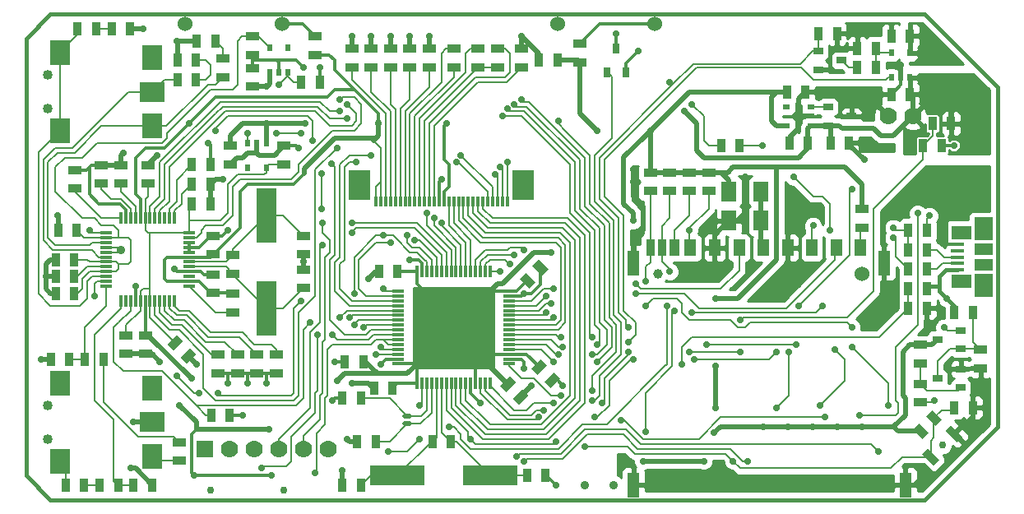
<source format=gtl>
G04 (created by PCBNEW-RS274X (2012-jan-04)-testing) date Wed 23 May 2012 23:15:24 BST*
G01*
G70*
G90*
%MOIN*%
G04 Gerber Fmt 3.4, Leading zero omitted, Abs format*
%FSLAX34Y34*%
G04 APERTURE LIST*
%ADD10C,0.006000*%
%ADD11C,0.015000*%
%ADD12R,0.020000X0.030000*%
%ADD13R,0.030000X0.020000*%
%ADD14R,0.028000X0.039000*%
%ADD15R,0.039000X0.028000*%
%ADD16R,0.060000X0.080000*%
%ADD17R,0.035000X0.055000*%
%ADD18R,0.055000X0.035000*%
%ADD19R,0.045000X0.070000*%
%ADD20R,0.040000X0.070000*%
%ADD21R,0.035000X0.070000*%
%ADD22C,0.039400*%
%ADD23C,0.060000*%
%ADD24R,0.050000X0.100000*%
%ADD25R,0.054300X0.017700*%
%ADD26R,0.074800X0.046300*%
%ADD27R,0.074800X0.093500*%
%ADD28R,0.082700X0.058100*%
%ADD29R,0.011800X0.047000*%
%ADD30R,0.047000X0.011800*%
%ADD31C,0.070000*%
%ADD32R,0.070000X0.070000*%
%ADD33R,0.080700X0.218500*%
%ADD34R,0.218500X0.080700*%
%ADD35R,0.011800X0.043300*%
%ADD36R,0.090600X0.122000*%
%ADD37O,0.039400X0.017700*%
%ADD38R,0.078700X0.100400*%
%ADD39R,0.100400X0.078700*%
%ADD40C,0.040000*%
%ADD41C,0.029500*%
%ADD42C,0.035400*%
%ADD43C,0.027600*%
%ADD44C,0.035000*%
%ADD45C,0.008000*%
%ADD46C,0.011800*%
%ADD47C,0.019700*%
%ADD48C,0.015700*%
%ADD49C,0.010000*%
G04 APERTURE END LIST*
G54D10*
G54D11*
X39369Y16733D02*
X39370Y16733D01*
X36417Y19685D02*
X39369Y16733D01*
X00984Y19685D02*
X00000Y18701D01*
X36417Y19685D02*
X00984Y19685D01*
X36417Y00000D02*
X39370Y02953D01*
X00000Y00984D02*
X00000Y00985D01*
X00984Y00000D02*
X00000Y00984D01*
X36417Y00000D02*
X00984Y00000D01*
X00000Y18701D02*
X00000Y00985D01*
X39370Y16733D02*
X39370Y02953D01*
G54D12*
X35056Y17120D03*
X35806Y17120D03*
X35056Y18120D03*
X35431Y17120D03*
X35806Y18120D03*
X09861Y17315D03*
X10611Y17315D03*
X09861Y18315D03*
X10236Y17315D03*
X10611Y18315D03*
X09725Y14477D03*
X08975Y14477D03*
X09725Y13477D03*
X09350Y14477D03*
X08975Y13477D03*
G54D13*
X31799Y15177D03*
X31799Y15927D03*
X30799Y15177D03*
X31799Y15552D03*
X30799Y15927D03*
G54D14*
X23917Y18287D03*
X23543Y17343D03*
X24291Y17343D03*
G54D15*
X36930Y06496D03*
X37874Y06122D03*
X37874Y06870D03*
X36930Y04922D03*
X37874Y04548D03*
X37874Y05296D03*
G54D16*
X28484Y12500D03*
X29784Y12500D03*
X29784Y11319D03*
X28484Y11319D03*
G54D17*
X07462Y13583D03*
X06712Y13583D03*
X36497Y10138D03*
X35747Y10138D03*
G54D18*
X27658Y12519D03*
X27658Y13269D03*
X26870Y12519D03*
X26870Y13269D03*
G54D17*
X02381Y05709D03*
X03131Y05709D03*
X36497Y07776D03*
X35747Y07776D03*
X35747Y08563D03*
X36497Y08563D03*
G54D18*
X33858Y11043D03*
X33858Y11793D03*
G54D17*
X36497Y09351D03*
X35747Y09351D03*
X03722Y00591D03*
X02972Y00591D03*
X36497Y10926D03*
X35747Y10926D03*
G54D18*
X38681Y06084D03*
X38681Y05334D03*
G54D17*
X37617Y07579D03*
X38367Y07579D03*
G54D18*
X36221Y06281D03*
X36221Y05531D03*
X08366Y09173D03*
X08366Y09923D03*
G54D17*
X28168Y14370D03*
X28918Y14370D03*
G54D18*
X08366Y08348D03*
X08366Y07598D03*
G54D17*
X06712Y12796D03*
X07462Y12796D03*
G54D18*
X01969Y12618D03*
X01969Y13368D03*
X08563Y05887D03*
X08563Y05137D03*
X07776Y05887D03*
X07776Y05137D03*
G54D17*
X16456Y02363D03*
X17206Y02363D03*
X01200Y08367D03*
X01950Y08367D03*
G54D18*
X11221Y10710D03*
X11221Y09960D03*
G54D17*
X02344Y00591D03*
X01594Y00591D03*
G54D18*
X06201Y02344D03*
X06201Y01594D03*
G54D17*
X05099Y00591D03*
X04349Y00591D03*
G54D18*
X11713Y18781D03*
X11713Y18031D03*
X22441Y18486D03*
X22441Y17736D03*
X11221Y08582D03*
X11221Y09332D03*
G54D10*
G36*
X36322Y02469D02*
X35933Y02858D01*
X36180Y03105D01*
X36569Y02716D01*
X36322Y02469D01*
X36322Y02469D01*
G37*
G36*
X36852Y02999D02*
X36463Y03388D01*
X36710Y03635D01*
X37099Y03246D01*
X36852Y02999D01*
X36852Y02999D01*
G37*
G54D18*
X25295Y13269D03*
X25295Y12519D03*
X26083Y13269D03*
X26083Y12519D03*
G54D17*
X34430Y18307D03*
X33680Y18307D03*
X34430Y17520D03*
X33680Y17520D03*
X11141Y16930D03*
X11891Y16930D03*
X02086Y19095D03*
X02836Y19095D03*
G54D18*
X07973Y17145D03*
X07973Y17895D03*
G54D17*
X06121Y17028D03*
X06871Y17028D03*
X36338Y14370D03*
X37088Y14370D03*
X37481Y15256D03*
X36731Y15256D03*
X13405Y02363D03*
X14155Y02363D03*
G54D18*
X16339Y17539D03*
X16339Y18289D03*
X15551Y17539D03*
X15551Y18289D03*
X14764Y17539D03*
X14764Y18289D03*
X13976Y17539D03*
X13976Y18289D03*
X13189Y17539D03*
X13189Y18289D03*
G54D17*
X30826Y16536D03*
X31576Y16536D03*
X12814Y00591D03*
X13564Y00591D03*
X21044Y00985D03*
X20294Y00985D03*
X37617Y03741D03*
X38367Y03741D03*
X31674Y14469D03*
X30924Y14469D03*
X12814Y04134D03*
X13564Y04134D03*
G54D18*
X17323Y18289D03*
X17323Y17539D03*
G54D17*
X35806Y16439D03*
X35056Y16439D03*
X03464Y19095D03*
X04214Y19095D03*
X07659Y18603D03*
X06909Y18603D03*
X35806Y18801D03*
X35056Y18801D03*
X06871Y17815D03*
X06121Y17815D03*
G54D18*
X04921Y13564D03*
X04921Y12814D03*
G54D17*
X07462Y12008D03*
X06712Y12008D03*
G54D10*
G36*
X06882Y05909D02*
X06493Y05520D01*
X06246Y05767D01*
X06635Y06156D01*
X06882Y05909D01*
X06882Y05909D01*
G37*
G36*
X06352Y06439D02*
X05963Y06050D01*
X05716Y06297D01*
X06105Y06686D01*
X06352Y06439D01*
X06352Y06439D01*
G37*
G54D18*
X04036Y05925D03*
X04036Y06675D03*
X07579Y10710D03*
X07579Y09960D03*
X07579Y09135D03*
X07579Y08385D03*
X04823Y05925D03*
X04823Y06675D03*
X03051Y12814D03*
X03051Y13564D03*
X03839Y12814D03*
X03839Y13564D03*
X36221Y04706D03*
X36221Y03956D03*
G54D17*
X07499Y03445D03*
X08249Y03445D03*
X01003Y05709D03*
X01753Y05709D03*
X01950Y09056D03*
X01200Y09056D03*
X01298Y10926D03*
X02048Y10926D03*
X01200Y09744D03*
X01950Y09744D03*
G54D18*
X10433Y13602D03*
X10433Y14352D03*
X09154Y18781D03*
X09154Y18031D03*
X08268Y14352D03*
X08268Y13602D03*
X09154Y16751D03*
X09154Y17501D03*
G54D17*
X21536Y17815D03*
X20786Y17815D03*
G54D18*
X20079Y17539D03*
X20079Y18289D03*
X19095Y18289D03*
X19095Y17539D03*
X18307Y18289D03*
X18307Y17539D03*
G54D19*
X33809Y10217D03*
X32825Y10217D03*
X31840Y10217D03*
X30856Y10217D03*
X29872Y10217D03*
X28888Y10217D03*
X27903Y10217D03*
X26919Y10217D03*
G54D20*
X26279Y10217D03*
G54D21*
X25768Y10217D03*
X25295Y10217D03*
G54D22*
X25589Y09154D03*
G54D23*
X33858Y09154D03*
G54D24*
X24606Y00599D03*
X24606Y09599D03*
X35630Y00599D03*
X34764Y09599D03*
G54D25*
X37752Y10355D03*
X37752Y09587D03*
X37752Y10099D03*
X37752Y09843D03*
G54D26*
X38799Y09513D03*
G54D27*
X38799Y10990D03*
X38799Y08696D03*
G54D26*
X38799Y10173D03*
G54D25*
X37752Y09331D03*
G54D28*
X37894Y08873D03*
X37894Y10813D03*
G54D29*
X15846Y04725D03*
X16042Y04725D03*
X16239Y04725D03*
X16436Y04725D03*
X16633Y04725D03*
X16830Y04725D03*
X17027Y04725D03*
X17224Y04725D03*
X17420Y04725D03*
X17617Y04725D03*
X17814Y04725D03*
X18011Y04725D03*
X18208Y04725D03*
X18405Y04725D03*
X18602Y04725D03*
X18798Y04725D03*
X18798Y09253D03*
X18602Y09253D03*
X18405Y09253D03*
X18208Y09253D03*
X18011Y09253D03*
X17814Y09253D03*
X17617Y09253D03*
X17420Y09253D03*
X17224Y09253D03*
X17027Y09253D03*
X16830Y09253D03*
X16633Y09253D03*
X16436Y09253D03*
X16239Y09253D03*
X16042Y09253D03*
X15846Y09253D03*
G54D30*
X19586Y05513D03*
X19586Y05709D03*
X19586Y05906D03*
X19586Y06103D03*
X19586Y06300D03*
X19586Y06497D03*
X19586Y06694D03*
X19586Y06891D03*
X19586Y07087D03*
X19586Y07284D03*
X19586Y07481D03*
X19586Y07678D03*
X19586Y07875D03*
X19586Y08072D03*
X19586Y08269D03*
X19586Y08465D03*
X15058Y08465D03*
X15058Y08269D03*
X15058Y08072D03*
X15058Y07875D03*
X15058Y07678D03*
X15058Y07481D03*
X15058Y07284D03*
X15058Y07087D03*
X15058Y06891D03*
X15058Y06694D03*
X15058Y06497D03*
X15058Y06300D03*
X15058Y06103D03*
X15058Y05906D03*
X15058Y05709D03*
X15058Y05513D03*
G54D29*
X03838Y08072D03*
X04035Y08072D03*
X04232Y08072D03*
X04429Y08072D03*
X04626Y08072D03*
X04823Y08072D03*
X05019Y08072D03*
X05216Y08072D03*
X05413Y08072D03*
X05610Y08072D03*
X05807Y08072D03*
X06004Y08072D03*
X06004Y11418D03*
X05807Y11418D03*
X05610Y11418D03*
X05413Y11418D03*
X05216Y11418D03*
X05019Y11418D03*
X04823Y11418D03*
X04626Y11418D03*
X04429Y11418D03*
X04232Y11418D03*
X04035Y11418D03*
X03838Y11418D03*
G54D30*
X06594Y08662D03*
X06594Y08859D03*
X06594Y09056D03*
X06594Y09253D03*
X06594Y09450D03*
X06594Y09647D03*
X06594Y09843D03*
X06594Y10040D03*
X06594Y10237D03*
X06594Y10434D03*
X06594Y10631D03*
X06594Y10828D03*
X03248Y10828D03*
X03248Y10631D03*
X03248Y10434D03*
X03248Y10237D03*
X03248Y10040D03*
X03248Y09843D03*
X03248Y09647D03*
X03248Y09450D03*
X03248Y09253D03*
X03248Y09056D03*
X03248Y08859D03*
X03248Y08662D03*
G54D31*
X35933Y15552D03*
X34933Y15552D03*
G54D32*
X07244Y02067D03*
G54D31*
X08244Y02067D03*
X09244Y02067D03*
X10244Y02067D03*
X11244Y02067D03*
X12244Y02067D03*
G54D33*
X09744Y07766D03*
X09744Y11526D03*
G54D34*
X18809Y00985D03*
X15049Y00985D03*
G54D23*
X21524Y19292D03*
X25461Y19292D03*
X10366Y19292D03*
X06429Y19292D03*
G54D35*
X16734Y12107D03*
X16930Y12107D03*
X17324Y12107D03*
X17521Y12107D03*
X17718Y12107D03*
X17915Y12107D03*
X18112Y12107D03*
X18309Y12107D03*
X18505Y12107D03*
X18702Y12107D03*
X18899Y12107D03*
X19096Y12107D03*
X19293Y12107D03*
X19490Y12107D03*
X16537Y12107D03*
X14174Y12107D03*
X14371Y12107D03*
X14568Y12107D03*
X14765Y12107D03*
X14962Y12107D03*
X15159Y12107D03*
X15355Y12107D03*
X15552Y12107D03*
X15749Y12107D03*
X15946Y12107D03*
X16143Y12107D03*
X17127Y12107D03*
X16340Y12107D03*
G54D36*
X20147Y12776D03*
X13517Y12776D03*
G54D10*
G36*
X20367Y04236D02*
X19978Y03847D01*
X19731Y04094D01*
X20120Y04483D01*
X20367Y04236D01*
X20367Y04236D01*
G37*
G36*
X19837Y04766D02*
X19448Y04377D01*
X19201Y04624D01*
X19590Y05013D01*
X19837Y04766D01*
X19837Y04766D01*
G37*
G36*
X20765Y09737D02*
X21154Y09348D01*
X20907Y09101D01*
X20518Y09490D01*
X20765Y09737D01*
X20765Y09737D01*
G37*
G36*
X20235Y09207D02*
X20624Y08818D01*
X20377Y08571D01*
X19988Y08960D01*
X20235Y09207D01*
X20235Y09207D01*
G37*
G54D17*
X14290Y09252D03*
X15040Y09252D03*
X12912Y05611D03*
X13662Y05611D03*
G54D10*
G36*
X21646Y04925D02*
X21257Y04536D01*
X21010Y04783D01*
X21399Y05172D01*
X21646Y04925D01*
X21646Y04925D01*
G37*
G36*
X21116Y05455D02*
X20727Y05066D01*
X20480Y05313D01*
X20869Y05702D01*
X21116Y05455D01*
X21116Y05455D01*
G37*
G54D17*
X14094Y04528D03*
X14844Y04528D03*
G54D15*
X33445Y15552D03*
X32501Y15926D03*
X32501Y15178D03*
G54D17*
X32598Y14469D03*
X33348Y14469D03*
G54D15*
X33051Y17815D03*
X32107Y18189D03*
X32107Y17441D03*
G54D18*
X09350Y05887D03*
X09350Y05137D03*
X10138Y05887D03*
X10138Y05137D03*
G54D17*
X32105Y18898D03*
X32855Y18898D03*
G54D37*
X15453Y03405D03*
X15453Y03091D03*
G54D38*
X01358Y01565D03*
X01358Y04735D03*
G54D39*
X05098Y03150D03*
G54D38*
X05098Y04538D03*
X05098Y01762D03*
G54D40*
X00886Y03839D03*
X00886Y02461D03*
G54D38*
X01358Y14951D03*
X01358Y18121D03*
G54D39*
X05098Y16536D03*
G54D38*
X05098Y17924D03*
X05098Y15148D03*
G54D40*
X00886Y17225D03*
X00886Y15847D03*
G54D41*
X07480Y00394D03*
X10433Y00394D03*
G54D10*
G36*
X37478Y03033D02*
X37950Y02561D01*
X37728Y02339D01*
X37256Y02811D01*
X37478Y03033D01*
X37478Y03033D01*
G37*
G36*
X36532Y02087D02*
X37004Y01615D01*
X36782Y01393D01*
X36310Y01865D01*
X36532Y02087D01*
X36532Y02087D01*
G37*
G54D41*
X37130Y02213D03*
G54D42*
X22637Y00591D03*
X23819Y00591D03*
G54D43*
X25295Y14961D03*
X27953Y05414D03*
X25000Y01575D03*
X23130Y14961D03*
X17028Y15256D03*
X14272Y15256D03*
X09941Y00985D03*
X27953Y08170D03*
X12599Y04823D03*
X27461Y01575D03*
X33880Y02963D03*
X21260Y10040D03*
X31880Y02963D03*
X24606Y11319D03*
X07382Y14469D03*
X06201Y03839D03*
X30880Y02963D03*
X09843Y02855D03*
X27953Y03741D03*
X27880Y02713D03*
X29880Y02963D03*
X06595Y15256D03*
X06791Y00985D03*
X32880Y02963D03*
X06693Y04922D03*
X08957Y14863D03*
X10236Y16831D03*
X10138Y14863D03*
X12362Y13622D03*
X11122Y14863D03*
X26083Y16930D03*
X26969Y16044D03*
X21358Y07382D03*
X24410Y06989D03*
X14370Y06201D03*
X24410Y06398D03*
X13189Y10827D03*
X12008Y10335D03*
X12008Y11221D03*
X13189Y11221D03*
X36811Y04036D03*
X21063Y08268D03*
X25099Y07874D03*
X34941Y03839D03*
X33465Y06989D03*
X33465Y06201D03*
X26280Y07678D03*
X13091Y07382D03*
X25099Y02756D03*
X23917Y18898D03*
X27067Y05709D03*
X30413Y06004D03*
X20768Y03347D03*
X23032Y03347D03*
X24606Y05709D03*
X21457Y02363D03*
X18012Y02461D03*
X15945Y02461D03*
X28642Y01575D03*
X14665Y01969D03*
X22638Y02166D03*
X22933Y04036D03*
X21358Y03937D03*
X19193Y13485D03*
X16536Y11418D03*
X18996Y13189D03*
X16240Y11615D03*
X13386Y13682D03*
X17421Y13682D03*
X16831Y11221D03*
X19488Y13682D03*
X17618Y13977D03*
X13976Y13977D03*
X15945Y03839D03*
X25984Y07874D03*
X26083Y09252D03*
X17126Y02953D03*
X19193Y09252D03*
X24705Y08367D03*
X19784Y09941D03*
X26870Y10926D03*
X31890Y11122D03*
X20177Y10138D03*
X24705Y08760D03*
X19587Y09548D03*
X25099Y08859D03*
X21358Y08563D03*
X35138Y10630D03*
X15748Y10532D03*
X15453Y10729D03*
X35138Y11024D03*
X14173Y05906D03*
X26575Y05512D03*
X26673Y15748D03*
X11319Y15256D03*
X09744Y16751D03*
X09744Y15256D03*
X26870Y06004D03*
X23327Y03937D03*
X24410Y06004D03*
X28937Y07284D03*
X28937Y06004D03*
X20965Y03642D03*
X11713Y01083D03*
X12402Y06693D03*
X11811Y06693D03*
X09547Y01280D03*
X23130Y05611D03*
X20079Y16241D03*
X21358Y05611D03*
X12697Y16241D03*
X21555Y15355D03*
X12599Y14272D03*
X22933Y04430D03*
X21654Y04233D03*
X23130Y06300D03*
X12697Y15748D03*
X21752Y06201D03*
X19488Y15847D03*
X21654Y06595D03*
X19291Y15552D03*
X22933Y06595D03*
X12992Y15453D03*
X11516Y07185D03*
X12697Y07382D03*
X12992Y16044D03*
X21555Y05906D03*
X19784Y16044D03*
X22933Y05906D03*
X36614Y17914D03*
X37303Y08170D03*
X37008Y17914D03*
X36516Y18307D03*
X35433Y17638D03*
X30856Y12559D03*
X21752Y04626D03*
X08760Y03445D03*
X20079Y18800D03*
X11910Y17520D03*
X13189Y04725D03*
X05413Y05611D03*
X35138Y11713D03*
X12795Y01182D03*
X18406Y03937D03*
X29134Y13091D03*
X13878Y08957D03*
X08169Y04725D03*
X36380Y00963D03*
X11221Y17520D03*
X08957Y04725D03*
X09744Y04725D03*
X37599Y14370D03*
X34744Y08760D03*
X07973Y12993D03*
X16339Y18800D03*
X24606Y12894D03*
X32185Y16536D03*
X15551Y18800D03*
X24606Y13386D03*
X21457Y00591D03*
X06890Y05512D03*
X05315Y13977D03*
X14370Y05512D03*
X15551Y09744D03*
X33957Y13780D03*
X14764Y18800D03*
X20473Y04626D03*
X03937Y14075D03*
X38681Y04725D03*
X24803Y18209D03*
X13976Y18800D03*
X35039Y17619D03*
X12500Y05611D03*
X25295Y00689D03*
X20177Y05315D03*
X04429Y08662D03*
X12992Y02461D03*
X12402Y04036D03*
X37303Y12304D03*
X37303Y11811D03*
X06004Y09351D03*
X11221Y09646D03*
X36516Y07185D03*
X11024Y14272D03*
X34449Y16437D03*
X08169Y10926D03*
X33465Y18996D03*
X37992Y03052D03*
X13189Y18800D03*
X16831Y12993D03*
X20177Y08367D03*
X04232Y01280D03*
X01280Y11516D03*
X00591Y05709D03*
X02756Y08268D03*
X04724Y19095D03*
X00787Y09056D03*
X02559Y10926D03*
G54D44*
X03838Y10138D03*
G54D43*
X06102Y18603D03*
X04331Y03150D03*
X29823Y14370D03*
X31102Y13091D03*
X32579Y10926D03*
X24095Y03229D03*
X32382Y03347D03*
X14469Y10729D03*
X13287Y08367D03*
X11969Y13229D03*
X11614Y14567D03*
X11969Y11811D03*
X07677Y14961D03*
X31201Y06300D03*
X32185Y03839D03*
X14469Y08563D03*
X27559Y06300D03*
X32776Y06103D03*
X14764Y10433D03*
X36122Y11615D03*
X33760Y03445D03*
X21063Y07579D03*
X26969Y07579D03*
X32284Y07874D03*
X13681Y06989D03*
X19882Y01772D03*
X34547Y01969D03*
X36614Y11516D03*
X37205Y06989D03*
X11122Y08071D03*
X07776Y04331D03*
X06988Y04331D03*
X06102Y05020D03*
X21260Y07973D03*
X30413Y03741D03*
X29232Y01575D03*
X13287Y07087D03*
X30906Y06004D03*
X20177Y01575D03*
X31299Y07874D03*
X33465Y12599D03*
G54D45*
X05019Y08072D02*
X05019Y08563D01*
X04823Y10927D02*
X04823Y11418D01*
X04823Y12206D02*
X04921Y12304D01*
X06594Y11890D02*
X06712Y12008D01*
X09725Y13269D02*
X09646Y13190D01*
X05019Y08563D02*
X05019Y10828D01*
X04724Y08563D02*
X05019Y08563D01*
X10433Y13602D02*
X09850Y13602D01*
X04626Y08072D02*
X04626Y07677D01*
X05019Y08072D02*
X05019Y07383D01*
X04823Y11418D02*
X04823Y12206D01*
X05019Y10828D02*
X04922Y10828D01*
X09646Y13190D02*
X08564Y13190D01*
X04036Y07087D02*
X04036Y06675D01*
X06594Y10828D02*
X06594Y11319D01*
X06594Y10828D02*
X05019Y10828D01*
X09725Y13477D02*
X09725Y13269D01*
X07874Y11319D02*
X06594Y11319D01*
X04921Y12304D02*
X04921Y12814D01*
X04626Y07677D02*
X04036Y07087D01*
X08564Y13190D02*
X08169Y12795D01*
X06594Y11319D02*
X06594Y11890D01*
X04626Y08465D02*
X04724Y08563D01*
X09850Y13602D02*
X09725Y13477D01*
X05019Y07383D02*
X06034Y06368D01*
X04922Y10828D02*
X04823Y10927D01*
X08169Y11614D02*
X07874Y11319D01*
X04626Y08072D02*
X04626Y08465D01*
X08169Y12795D02*
X08169Y11614D01*
X01950Y09744D02*
X02461Y09744D01*
X03641Y10630D02*
X03640Y10631D01*
X02343Y10631D02*
X02048Y10926D01*
X03740Y10630D02*
X04133Y10630D01*
X03641Y10630D02*
X03740Y10630D01*
X01181Y12500D02*
X02263Y11418D01*
X03248Y09253D02*
X02560Y09253D01*
X02264Y08564D02*
X02067Y08367D01*
X02067Y08367D02*
X01950Y08367D01*
X04132Y09548D02*
X03740Y09548D01*
X03248Y10631D02*
X02343Y10631D01*
X02558Y09647D02*
X03248Y09647D01*
X03543Y11122D02*
X03052Y11122D01*
X04133Y10630D02*
X04231Y10532D01*
X07480Y16634D02*
X05709Y14863D01*
X02560Y09253D02*
X02264Y08957D01*
X02461Y09744D02*
X02558Y09647D01*
X03739Y09548D02*
X03640Y09647D01*
X03740Y09351D02*
X03740Y09548D01*
X05512Y14469D02*
X02854Y14469D01*
X08366Y16634D02*
X07480Y16634D01*
X03640Y09647D02*
X03248Y09647D01*
X03642Y09253D02*
X03740Y09351D01*
X02263Y13878D02*
X02854Y14469D01*
X03740Y10925D02*
X03543Y11122D01*
X04231Y10532D02*
X04231Y09647D01*
X04231Y09647D02*
X04132Y09548D01*
X09395Y18781D02*
X09861Y18315D01*
X03740Y10925D02*
X03740Y10630D01*
X02264Y08957D02*
X02264Y08564D01*
X09154Y18781D02*
X08741Y18781D01*
X05709Y14863D02*
X05709Y14666D01*
X09154Y18781D02*
X09395Y18781D01*
X08741Y18781D02*
X08563Y18603D01*
X02756Y11418D02*
X03052Y11122D01*
X03740Y09548D02*
X03739Y09548D01*
X08563Y16831D02*
X08366Y16634D01*
X05709Y14666D02*
X05512Y14469D01*
X01575Y13878D02*
X01181Y13484D01*
X01181Y13484D02*
X01181Y12500D01*
X02263Y11418D02*
X02756Y11418D01*
X08563Y18603D02*
X08563Y16831D01*
X03248Y09253D02*
X03642Y09253D01*
X03640Y10631D02*
X03248Y10631D01*
X01575Y13878D02*
X02263Y13878D01*
G54D46*
X16929Y14764D02*
X16929Y15157D01*
G54D47*
X28642Y13485D02*
X30413Y13485D01*
X04940Y06675D02*
X06693Y04922D01*
X24213Y13879D02*
X24213Y12008D01*
G54D46*
X16929Y15157D02*
X17028Y15256D01*
G54D47*
X25295Y14961D02*
X26870Y16536D01*
G54D46*
X15041Y04725D02*
X14844Y04528D01*
G54D47*
X22441Y15650D02*
X23130Y14961D01*
G54D46*
X04823Y08072D02*
X04823Y06675D01*
G54D47*
X28484Y12954D02*
X28484Y12500D01*
G54D46*
X08661Y12500D02*
X08957Y12796D01*
G54D47*
X28169Y13269D02*
X28426Y13269D01*
G54D46*
X06693Y02658D02*
X06693Y01083D01*
X15041Y09253D02*
X15040Y09252D01*
X15846Y05512D02*
X15845Y05513D01*
G54D47*
X30413Y09744D02*
X28839Y08170D01*
X12895Y05119D02*
X12599Y04823D01*
X35532Y05512D02*
X35532Y06005D01*
G54D46*
X05610Y08957D02*
X05610Y09744D01*
X07462Y09843D02*
X07579Y09960D01*
X15845Y05513D02*
X15058Y05513D01*
G54D47*
X15453Y05119D02*
X14224Y05119D01*
X24213Y12008D02*
X24606Y11615D01*
X30413Y13485D02*
X30413Y09744D01*
X25099Y14765D02*
X24213Y13879D01*
X04823Y06675D02*
X04940Y06675D01*
X28839Y08170D02*
X27953Y08170D01*
X30217Y15354D02*
X30217Y16340D01*
X35532Y05512D02*
X35532Y04232D01*
X27953Y05020D02*
X27953Y05414D01*
X36251Y02787D02*
X35324Y02787D01*
G54D45*
X14371Y12894D02*
X14370Y12894D01*
G54D46*
X05708Y08859D02*
X05610Y08957D01*
X05610Y09744D02*
X05709Y09843D01*
X06594Y08859D02*
X06988Y08859D01*
G54D45*
X14370Y12894D02*
X14174Y12698D01*
G54D47*
X35532Y04232D02*
X35630Y04134D01*
G54D46*
X19882Y08465D02*
X20306Y08889D01*
G54D47*
X36715Y06281D02*
X36930Y06496D01*
G54D46*
X17126Y13584D02*
X16930Y13780D01*
X06594Y08859D02*
X05708Y08859D01*
X07579Y08385D02*
X08329Y08385D01*
X10827Y12796D02*
X11270Y13239D01*
G54D47*
X18798Y08465D02*
X18800Y08465D01*
G54D46*
X12500Y17422D02*
X13288Y16634D01*
X11418Y16339D02*
X12205Y16339D01*
G54D47*
X13662Y05611D02*
X13732Y05611D01*
X30880Y02963D02*
X31880Y02963D01*
G54D46*
X16930Y12501D02*
X17126Y12697D01*
G54D47*
X30413Y16536D02*
X26870Y16536D01*
G54D46*
X07462Y14389D02*
X07382Y14469D01*
G54D47*
X35532Y06005D02*
X35808Y06281D01*
G54D46*
X06890Y02855D02*
X06693Y02658D01*
G54D47*
X36221Y06281D02*
X36715Y06281D01*
X35630Y03445D02*
X35148Y02963D01*
X25000Y01575D02*
X27461Y01575D01*
G54D46*
X15846Y04725D02*
X15041Y04725D01*
G54D47*
X14272Y14764D02*
X14075Y14567D01*
X35324Y02787D02*
X35148Y02963D01*
G54D46*
X07462Y08385D02*
X07579Y08385D01*
G54D47*
X28426Y13269D02*
X28642Y13485D01*
X28169Y13269D02*
X28484Y12954D01*
X20571Y10040D02*
X19291Y08760D01*
X35808Y06281D02*
X36221Y06281D01*
G54D46*
X08329Y08385D02*
X08366Y08348D01*
X15847Y05512D02*
X18208Y05512D01*
G54D47*
X06201Y03839D02*
X06890Y03150D01*
X06890Y03150D02*
X06890Y02855D01*
X18800Y08465D02*
X19095Y08760D01*
X19095Y08760D02*
X19291Y08760D01*
X24606Y11615D02*
X24606Y11319D01*
X25099Y14765D02*
X25295Y14961D01*
G54D46*
X04429Y12402D02*
X04429Y13878D01*
G54D47*
X21536Y17815D02*
X22362Y17815D01*
X14272Y15256D02*
X14272Y15355D01*
G54D46*
X18208Y05512D02*
X18404Y05512D01*
G54D47*
X26870Y13269D02*
X26083Y13269D01*
G54D45*
X14174Y12698D02*
X14174Y12107D01*
G54D46*
X11713Y18031D02*
X12284Y18031D01*
X04429Y13878D02*
X04823Y14272D01*
X16930Y14763D02*
X16929Y14764D01*
G54D47*
X26083Y13269D02*
X25295Y13269D01*
X33858Y11793D02*
X33858Y12796D01*
G54D46*
X14272Y15355D02*
X14272Y15650D01*
X13288Y16634D02*
X14272Y15650D01*
X06693Y01083D02*
X06791Y00985D01*
G54D47*
X14272Y14764D02*
X14272Y15256D01*
X32880Y02963D02*
X33880Y02963D01*
G54D46*
X12500Y16634D02*
X13288Y16634D01*
G54D47*
X11270Y13436D02*
X12500Y14666D01*
G54D46*
X15846Y09253D02*
X15041Y09253D01*
G54D47*
X33880Y02963D02*
X35148Y02963D01*
X15846Y05512D02*
X15453Y05119D01*
X30217Y16340D02*
X30413Y16536D01*
X30413Y16536D02*
X30826Y16536D01*
G54D46*
X12500Y17815D02*
X12284Y18031D01*
G54D47*
X27880Y02713D02*
X28130Y02963D01*
G54D46*
X08661Y11023D02*
X08661Y12500D01*
X08957Y12796D02*
X10827Y12796D01*
X06791Y00985D02*
X09941Y00985D01*
G54D47*
X19519Y04695D02*
X18553Y05661D01*
G54D46*
X04626Y12205D02*
X04429Y12402D01*
X07579Y09960D02*
X07598Y09960D01*
X05709Y09843D02*
X06594Y09843D01*
G54D47*
X14174Y14666D02*
X14272Y14764D01*
G54D46*
X06595Y15256D02*
X06595Y15257D01*
X11418Y16339D02*
X07677Y16339D01*
G54D47*
X14224Y05119D02*
X12895Y05119D01*
X29880Y02963D02*
X30880Y02963D01*
G54D46*
X18404Y05512D02*
X18553Y05661D01*
G54D47*
X12500Y14666D02*
X14174Y14666D01*
G54D46*
X06595Y15257D02*
X07677Y16339D01*
G54D45*
X14371Y14271D02*
X14075Y14567D01*
G54D47*
X27953Y05020D02*
X27953Y03741D01*
X21260Y10040D02*
X20571Y10040D01*
G54D46*
X18553Y05661D02*
X18798Y05906D01*
X18798Y05906D02*
X18798Y08465D01*
G54D47*
X27658Y13269D02*
X28169Y13269D01*
X11270Y13239D02*
X11270Y13436D01*
G54D46*
X18553Y05660D02*
X18553Y05661D01*
G54D45*
X14371Y12107D02*
X14371Y12894D01*
G54D46*
X07598Y09960D02*
X08661Y11023D01*
X06988Y08859D02*
X07462Y08385D01*
X16930Y13780D02*
X16930Y14763D01*
G54D47*
X26870Y13269D02*
X27658Y13269D01*
X22441Y17736D02*
X22441Y15650D01*
G54D46*
X18208Y04725D02*
X18208Y05512D01*
G54D47*
X30799Y15177D02*
X30394Y15177D01*
G54D46*
X07462Y13583D02*
X07462Y14389D01*
G54D47*
X15847Y05512D02*
X15846Y05512D01*
G54D46*
X15846Y08760D02*
X15846Y09253D01*
X12205Y16339D02*
X12500Y16634D01*
G54D47*
X22362Y17815D02*
X22441Y17736D01*
X30413Y13485D02*
X33169Y13485D01*
X33169Y13485D02*
X33858Y12796D01*
G54D46*
X19586Y05906D02*
X20276Y05906D01*
X17126Y12697D02*
X17126Y13584D01*
X16930Y12107D02*
X16930Y12501D01*
X15846Y04725D02*
X15846Y05512D01*
X18798Y08465D02*
X16141Y08465D01*
X12500Y17422D02*
X12500Y17815D01*
X20276Y05906D02*
X20798Y05384D01*
X05610Y14272D02*
X06595Y15257D01*
X04626Y11418D02*
X04626Y12205D01*
G54D47*
X30394Y15177D02*
X30217Y15354D01*
X13732Y05611D02*
X14224Y05119D01*
X09843Y02855D02*
X06890Y02855D01*
G54D46*
X18798Y05906D02*
X19586Y05906D01*
G54D45*
X14371Y12894D02*
X14371Y14271D01*
G54D47*
X25295Y13269D02*
X25295Y14961D01*
X29880Y02963D02*
X28130Y02963D01*
G54D46*
X04823Y14272D02*
X05610Y14272D01*
G54D47*
X35630Y04134D02*
X35630Y03445D01*
X31880Y02963D02*
X32880Y02963D01*
G54D46*
X19586Y08465D02*
X19882Y08465D01*
X16141Y08465D02*
X15846Y08760D01*
X06594Y09843D02*
X07462Y09843D01*
X18798Y08465D02*
X19586Y08465D01*
X25461Y19292D02*
X23247Y19292D01*
X23247Y19292D02*
X22441Y18486D01*
X11202Y19292D02*
X11713Y18781D01*
X10366Y19292D02*
X11202Y19292D01*
G54D45*
X13976Y06891D02*
X15058Y06891D01*
X12894Y06693D02*
X12303Y07284D01*
X10611Y17315D02*
X10611Y17206D01*
X12500Y12698D02*
X12500Y13484D01*
X10827Y16930D02*
X11141Y16930D01*
X12500Y13484D02*
X12362Y13622D01*
X10138Y14863D02*
X11122Y14863D01*
X08957Y14863D02*
X08975Y14845D01*
X12303Y09744D02*
X12303Y07284D01*
X10611Y17146D02*
X10827Y16930D01*
X12500Y12698D02*
X12500Y12698D01*
X12500Y09941D02*
X12500Y12698D01*
X10611Y17315D02*
X10611Y17146D01*
X08975Y14845D02*
X08975Y14477D01*
X13976Y06889D02*
X13780Y06693D01*
X12500Y09941D02*
X12303Y09744D01*
X13976Y06891D02*
X13976Y06889D01*
X10611Y17206D02*
X10236Y16831D01*
X13780Y06693D02*
X12894Y06693D01*
X24311Y07088D02*
X24311Y07284D01*
X26083Y16930D02*
X26181Y16832D01*
X26181Y16831D02*
X27027Y17677D01*
X27461Y15552D02*
X26969Y16044D01*
X27461Y15552D02*
X27461Y14567D01*
X27658Y14370D02*
X28168Y14370D01*
X27461Y14567D02*
X27658Y14370D01*
X21260Y07284D02*
X21358Y07382D01*
X19586Y07284D02*
X21260Y07284D01*
X32107Y18896D02*
X32105Y18898D01*
X23228Y13878D02*
X26181Y16831D01*
X28051Y17677D02*
X31358Y17677D01*
X24016Y11418D02*
X23228Y12206D01*
X31870Y18189D02*
X32107Y18189D01*
X31870Y18189D02*
X31358Y17677D01*
X27027Y17677D02*
X28051Y17677D01*
X32107Y18189D02*
X32107Y18896D01*
X24016Y07579D02*
X24016Y11418D01*
X23228Y12206D02*
X23228Y13878D01*
X24311Y07284D02*
X24016Y07579D01*
X26181Y16831D02*
X26181Y16832D01*
X24410Y06989D02*
X24311Y07088D01*
X23425Y13780D02*
X27165Y17520D01*
X14468Y06103D02*
X14370Y06201D01*
X27165Y17520D02*
X31398Y17520D01*
X34842Y17028D02*
X31890Y17028D01*
X24705Y06693D02*
X24410Y06398D01*
X24213Y07678D02*
X24213Y11516D01*
X14468Y06103D02*
X15058Y06103D01*
X24213Y11516D02*
X23425Y12304D01*
X31890Y17028D02*
X31398Y17520D01*
X24705Y07186D02*
X24213Y07678D01*
X35056Y17120D02*
X34934Y17120D01*
X24705Y07186D02*
X24705Y06693D01*
X34934Y17120D02*
X34842Y17028D01*
X23425Y12304D02*
X23425Y13780D01*
X10244Y02468D02*
X10244Y02067D01*
X11516Y03740D02*
X10244Y02468D01*
X16830Y09942D02*
X15748Y11024D01*
X13386Y11024D02*
X13189Y10827D01*
X15748Y11024D02*
X13386Y11024D01*
X16830Y09253D02*
X16830Y09942D01*
X12008Y10335D02*
X11910Y10237D01*
X11910Y07185D02*
X11909Y07185D01*
X11909Y07185D02*
X11516Y06792D01*
X11910Y10237D02*
X11910Y07185D01*
X11516Y06792D02*
X11516Y03740D01*
X12106Y09843D02*
X12106Y06496D01*
X17027Y09253D02*
X17027Y10041D01*
X16141Y10926D02*
X15846Y11221D01*
X16142Y10926D02*
X16141Y10926D01*
X11910Y04234D02*
X11910Y03248D01*
X12008Y04332D02*
X11910Y04234D01*
X12303Y10532D02*
X12303Y10040D01*
X12303Y10040D02*
X12106Y09843D01*
X12008Y10827D02*
X12303Y10532D01*
X12008Y06398D02*
X12008Y04332D01*
X12106Y06496D02*
X12008Y06398D01*
X11244Y02582D02*
X11244Y02067D01*
X17027Y10041D02*
X16142Y10926D01*
X11910Y03248D02*
X11244Y02582D01*
X15846Y11221D02*
X13189Y11221D01*
X12008Y11221D02*
X12008Y10827D01*
X36731Y03956D02*
X36221Y03956D01*
X19586Y07875D02*
X20670Y07875D01*
X20670Y07875D02*
X21063Y08268D01*
X29135Y06989D02*
X29331Y07185D01*
X28543Y07284D02*
X28838Y06989D01*
X33269Y07185D02*
X33465Y06989D01*
X36811Y04036D02*
X36731Y03956D01*
X25395Y08170D02*
X26378Y08170D01*
X29331Y07185D02*
X33269Y07185D01*
X34941Y04725D02*
X34941Y03839D01*
X26378Y08170D02*
X26575Y07973D01*
X26575Y07579D02*
X26870Y07284D01*
X28838Y06989D02*
X29135Y06989D01*
X25099Y07874D02*
X25395Y08170D01*
X26575Y07973D02*
X26575Y07579D01*
X33465Y06201D02*
X34941Y04725D01*
X26870Y07284D02*
X28543Y07284D01*
X13190Y07481D02*
X13091Y07382D01*
X26181Y05413D02*
X26181Y05414D01*
X26181Y07382D02*
X26181Y07579D01*
X15058Y07481D02*
X13190Y07481D01*
X25099Y04331D02*
X26181Y05413D01*
X26181Y07579D02*
X26280Y07678D01*
X26181Y07382D02*
X26181Y05414D01*
X25099Y02756D02*
X25099Y04331D01*
G54D46*
X23917Y18898D02*
X23917Y18287D01*
G54D45*
X30118Y05709D02*
X30413Y06004D01*
X27067Y05709D02*
X30118Y05709D01*
X18405Y04725D02*
X18405Y04331D01*
X20669Y03248D02*
X20768Y03347D01*
X23130Y03347D02*
X23622Y03839D01*
X18406Y04331D02*
X19489Y03248D01*
X23622Y03839D02*
X23622Y04823D01*
X24508Y05709D02*
X24606Y05709D01*
X23622Y04823D02*
X24508Y05709D01*
X23032Y03347D02*
X23130Y03347D01*
X19489Y03248D02*
X20669Y03248D01*
X18405Y04331D02*
X18406Y04331D01*
X36781Y03317D02*
X37106Y03642D01*
X22638Y02166D02*
X24370Y02166D01*
X35040Y01280D02*
X28937Y01280D01*
X37106Y03642D02*
X37518Y03642D01*
X36781Y02529D02*
X36781Y03317D01*
X17027Y04725D02*
X17027Y03643D01*
X28937Y01280D02*
X28642Y01575D01*
X15945Y02461D02*
X15453Y01969D01*
X36657Y02405D02*
X36781Y02529D01*
X24666Y01870D02*
X28347Y01870D01*
X18012Y02461D02*
X17914Y02559D01*
X37518Y03642D02*
X37617Y03741D01*
X17914Y02559D02*
X17914Y02756D01*
X21358Y02264D02*
X21457Y02363D01*
X18012Y02461D02*
X18209Y02264D01*
X36657Y01740D02*
X36657Y02405D01*
X15453Y01969D02*
X14665Y01969D01*
X35500Y01740D02*
X35040Y01280D01*
X17027Y03643D02*
X17914Y02756D01*
X36657Y01740D02*
X35500Y01740D01*
X24370Y02166D02*
X24666Y01870D01*
X28347Y01870D02*
X28642Y01575D01*
X18209Y02264D02*
X21358Y02264D01*
X20570Y03937D02*
X20275Y03642D01*
X23819Y11320D02*
X23032Y12107D01*
X18798Y04725D02*
X18798Y04628D01*
X23032Y12107D02*
X23032Y13978D01*
X24114Y05906D02*
X23228Y05020D01*
X23032Y13978D02*
X23721Y14667D01*
X21358Y03937D02*
X20570Y03937D01*
X24114Y07186D02*
X23819Y07481D01*
X23032Y04036D02*
X22933Y04036D01*
X19784Y03642D02*
X20275Y03642D01*
X18798Y04628D02*
X19784Y03642D01*
X23228Y04232D02*
X23032Y04036D01*
X23543Y17343D02*
X23721Y17165D01*
X23228Y05020D02*
X23228Y04232D01*
X24114Y05906D02*
X24114Y07186D01*
X23721Y14667D02*
X23721Y17165D01*
X23819Y07481D02*
X23819Y11320D01*
X17420Y10238D02*
X16536Y11122D01*
X19193Y13485D02*
X19293Y13385D01*
X17420Y09253D02*
X17420Y10238D01*
X19293Y13385D02*
X19293Y12107D01*
X16536Y11122D02*
X16536Y11418D01*
X22047Y11320D02*
X22638Y10729D01*
X21161Y02461D02*
X22638Y03938D01*
X18505Y11811D02*
X18898Y11418D01*
X18504Y02461D02*
X21161Y02461D01*
X18505Y12107D02*
X18505Y11811D01*
X18898Y11418D02*
X21949Y11418D01*
X22638Y03938D02*
X22638Y10729D01*
X17224Y03741D02*
X17224Y04725D01*
X17224Y03741D02*
X18504Y02461D01*
X21949Y11418D02*
X22047Y11320D01*
X22441Y10630D02*
X21850Y11221D01*
X17420Y03841D02*
X18406Y02855D01*
X18406Y02855D02*
X18406Y02854D01*
X18602Y02658D02*
X21063Y02658D01*
X22441Y04036D02*
X22441Y10630D01*
X18406Y02854D02*
X18602Y02658D01*
X21063Y02658D02*
X22441Y04036D01*
X17420Y04725D02*
X17420Y03841D01*
X18799Y11221D02*
X18309Y11711D01*
X18309Y11711D02*
X18309Y12107D01*
X21850Y11221D02*
X18799Y11221D01*
X21752Y11024D02*
X18701Y11024D01*
X17617Y03939D02*
X18701Y02855D01*
X18112Y11613D02*
X18112Y12107D01*
X18701Y02855D02*
X20965Y02855D01*
X20965Y02855D02*
X22244Y04134D01*
X22244Y10532D02*
X21752Y11024D01*
X17617Y04725D02*
X17617Y03939D01*
X18701Y11024D02*
X18112Y11613D01*
X22244Y04134D02*
X22244Y10532D01*
X18602Y03248D02*
X18603Y03248D01*
X17814Y04036D02*
X17814Y04725D01*
X18603Y03248D02*
X18799Y03052D01*
X18602Y10827D02*
X21653Y10827D01*
X22047Y04233D02*
X22047Y10433D01*
X17915Y12107D02*
X17915Y11514D01*
X18799Y03052D02*
X20866Y03052D01*
X17915Y11514D02*
X18602Y10827D01*
X17814Y04036D02*
X18602Y03248D01*
X20866Y03052D02*
X22047Y04233D01*
X21653Y10827D02*
X22047Y10433D01*
X21850Y10335D02*
X21555Y10630D01*
X17718Y11417D02*
X17718Y12107D01*
X21556Y06891D02*
X21850Y07185D01*
X21555Y10630D02*
X18505Y10630D01*
X19586Y06891D02*
X21556Y06891D01*
X21850Y07185D02*
X21850Y10335D01*
X18505Y10630D02*
X17718Y11417D01*
X21654Y07284D02*
X21654Y10236D01*
X17521Y11318D02*
X18406Y10433D01*
X18406Y10433D02*
X21457Y10433D01*
X21457Y07087D02*
X21654Y07284D01*
X21654Y10236D02*
X21457Y10433D01*
X19586Y07087D02*
X21457Y07087D01*
X17521Y12107D02*
X17521Y11318D01*
X17324Y12107D02*
X17324Y11219D01*
X18011Y09253D02*
X18011Y10532D01*
X17324Y11219D02*
X18011Y10532D01*
X17127Y11121D02*
X17127Y12107D01*
X17814Y10434D02*
X17127Y11121D01*
X17814Y09253D02*
X17814Y10434D01*
X16240Y11615D02*
X16240Y11122D01*
X17224Y10138D02*
X17224Y09253D01*
X17224Y10138D02*
X16240Y11122D01*
X19096Y12107D02*
X19096Y13089D01*
X19096Y13089D02*
X18996Y13189D01*
X18702Y12107D02*
X18702Y12499D01*
X13189Y08072D02*
X13188Y08072D01*
X13188Y08072D02*
X12697Y08563D01*
X18702Y12499D02*
X17520Y13681D01*
X12894Y13485D02*
X13091Y13682D01*
X17422Y13681D02*
X17520Y13681D01*
X12894Y09745D02*
X12697Y09548D01*
X13189Y08072D02*
X13484Y08072D01*
X17421Y13682D02*
X17422Y13681D01*
X12697Y08859D02*
X12697Y09548D01*
X12697Y08859D02*
X12697Y08563D01*
X13386Y13682D02*
X13091Y13682D01*
X12894Y13485D02*
X12894Y09745D01*
X15058Y08072D02*
X13484Y08072D01*
X19488Y13682D02*
X19490Y13680D01*
X16831Y11221D02*
X16831Y11122D01*
X17617Y10337D02*
X17617Y09253D01*
X17617Y10337D02*
X16832Y11122D01*
X16832Y11122D02*
X16831Y11122D01*
X19490Y13680D02*
X19490Y12107D01*
X12697Y13583D02*
X13091Y13977D01*
X13091Y13977D02*
X13976Y13977D01*
X12697Y09842D02*
X12500Y09645D01*
X13385Y07875D02*
X13091Y07875D01*
X12500Y08760D02*
X12500Y09645D01*
X12500Y08465D02*
X13090Y07875D01*
X18899Y12598D02*
X18899Y12107D01*
X13090Y07875D02*
X13091Y07874D01*
X15058Y07875D02*
X13385Y07875D01*
X18898Y12697D02*
X18898Y12599D01*
X12500Y08465D02*
X12500Y08760D01*
X12697Y09842D02*
X12697Y13583D01*
X13091Y07874D02*
X13091Y07875D01*
X17618Y13977D02*
X18898Y12697D01*
X18898Y12599D02*
X18899Y12598D01*
X25768Y09666D02*
X26083Y09351D01*
X17618Y02461D02*
X18012Y02067D01*
X22540Y03052D02*
X21555Y02067D01*
X25768Y11103D02*
X26083Y11418D01*
X23524Y03052D02*
X25886Y05414D01*
X16042Y04725D02*
X16042Y03936D01*
X17618Y02658D02*
X17618Y02461D01*
X18012Y02067D02*
X21555Y02067D01*
X17323Y02953D02*
X17618Y02658D01*
X17126Y02953D02*
X17323Y02953D01*
X16042Y03936D02*
X15945Y03839D01*
X23524Y03052D02*
X22540Y03052D01*
X25984Y07874D02*
X25984Y05512D01*
X25984Y05512D02*
X25886Y05414D01*
X26083Y11418D02*
X26083Y12519D01*
X25768Y10217D02*
X25768Y11103D01*
X26083Y09351D02*
X26083Y09252D01*
X25768Y10217D02*
X25768Y09666D01*
X24705Y08367D02*
X26673Y08367D01*
X19192Y09253D02*
X18798Y09253D01*
X32776Y10168D02*
X32825Y10217D01*
X31791Y08760D02*
X31791Y08759D01*
X30807Y07776D02*
X27264Y07776D01*
X32776Y09745D02*
X32776Y10168D01*
X32776Y09745D02*
X31791Y08760D01*
X19192Y09253D02*
X19193Y09252D01*
X31103Y08071D02*
X31102Y08071D01*
X27264Y07776D02*
X26673Y08367D01*
X31102Y08071D02*
X30807Y07776D01*
X31103Y08071D02*
X31791Y08759D01*
X18405Y09646D02*
X18405Y09253D01*
X18405Y09646D02*
X18406Y09646D01*
X26870Y11023D02*
X27658Y11811D01*
X27658Y11811D02*
X27658Y12519D01*
X26870Y10926D02*
X26870Y10266D01*
X18701Y09941D02*
X19784Y09941D01*
X26919Y10217D02*
X26870Y10266D01*
X26870Y10926D02*
X26870Y11023D01*
X18406Y09646D02*
X18701Y09941D01*
X18208Y09744D02*
X18602Y10138D01*
X31890Y11122D02*
X31840Y11072D01*
X19587Y10237D02*
X20078Y10237D01*
X18602Y10138D02*
X19488Y10138D01*
X20078Y10237D02*
X20177Y10138D01*
X31840Y10217D02*
X31840Y11072D01*
X18208Y09253D02*
X18208Y09744D01*
X19488Y10138D02*
X19587Y10237D01*
G54D47*
X29784Y11319D02*
X29784Y10305D01*
X29784Y10305D02*
X29872Y10217D01*
X29784Y12500D02*
X29784Y11319D01*
G54D45*
X28888Y09301D02*
X28888Y10217D01*
X19391Y09744D02*
X18799Y09744D01*
X24705Y08760D02*
X24902Y08563D01*
X18602Y09253D02*
X18602Y09547D01*
X19587Y09548D02*
X19391Y09744D01*
X24902Y08563D02*
X28150Y08563D01*
X28150Y08563D02*
X28888Y09301D01*
X18799Y09744D02*
X18602Y09547D01*
X25099Y09449D02*
X25099Y08859D01*
X25295Y09645D02*
X25099Y09449D01*
X20965Y08563D02*
X21358Y08563D01*
X25295Y09645D02*
X25295Y10217D01*
X25295Y10217D02*
X25295Y12519D01*
X19586Y08072D02*
X20474Y08072D01*
X20474Y08072D02*
X20965Y08563D01*
X16633Y09253D02*
X16633Y09844D01*
X16633Y09844D02*
X15945Y10532D01*
X15945Y10532D02*
X15748Y10532D01*
X35236Y10532D02*
X35236Y09862D01*
X35236Y09862D02*
X35747Y09351D01*
X35138Y10630D02*
X35236Y10532D01*
X16240Y09941D02*
X16240Y09942D01*
X15453Y10433D02*
X15453Y10729D01*
X15649Y10237D02*
X15453Y10433D01*
X16240Y09942D02*
X15945Y10237D01*
X16436Y09745D02*
X16240Y09941D01*
X16436Y09253D02*
X16436Y09745D01*
X35236Y10926D02*
X35138Y11024D01*
X35747Y10926D02*
X35747Y10138D01*
X15945Y10237D02*
X15649Y10237D01*
X35747Y10926D02*
X35236Y10926D01*
X15058Y05906D02*
X14173Y05906D01*
X26969Y06595D02*
X34566Y06595D01*
X26575Y05512D02*
X26575Y06201D01*
X26575Y06201D02*
X26969Y06595D01*
X35747Y08563D02*
X35747Y07776D01*
X35747Y07776D02*
X34566Y06595D01*
G54D47*
X33071Y15059D02*
X34351Y15059D01*
X35145Y14764D02*
X35933Y15552D01*
X32598Y14469D02*
X32598Y15081D01*
X09744Y15256D02*
X11319Y15256D01*
X32598Y15081D02*
X32501Y15178D01*
X27461Y13878D02*
X27165Y14174D01*
X08759Y15256D02*
X09744Y15256D01*
X27165Y15256D02*
X27165Y14568D01*
X35933Y16312D02*
X35806Y16439D01*
X30513Y13878D02*
X27461Y13878D01*
X31674Y15052D02*
X31799Y15177D01*
X09744Y16751D02*
X09762Y16751D01*
X09744Y16751D02*
X09154Y16751D01*
X32952Y15178D02*
X33071Y15059D01*
X34646Y14764D02*
X35145Y14764D01*
X31674Y14469D02*
X31674Y14253D01*
X26673Y15748D02*
X27165Y15256D01*
X31674Y14469D02*
X31674Y15052D01*
X09861Y16850D02*
X09762Y16751D01*
X09725Y14477D02*
X09725Y15256D01*
X09861Y17315D02*
X09861Y16850D01*
X34351Y15059D02*
X34646Y14764D01*
X31799Y15177D02*
X32500Y15177D01*
X08268Y14352D02*
X08268Y14765D01*
X35933Y15552D02*
X35933Y16312D01*
X37481Y15866D02*
X37481Y15256D01*
X36908Y16439D02*
X37481Y15866D01*
X08268Y14765D02*
X08759Y15256D01*
X27165Y14174D02*
X27165Y14568D01*
X31674Y14253D02*
X31299Y13878D01*
X09744Y15256D02*
X09725Y15256D01*
X35806Y16439D02*
X36908Y16439D01*
X31299Y13878D02*
X30513Y13878D01*
X32501Y15178D02*
X32952Y15178D01*
X32500Y15177D02*
X32501Y15178D01*
G54D45*
X24410Y05906D02*
X24410Y06004D01*
X34350Y11811D02*
X36338Y13799D01*
X34350Y11418D02*
X34350Y11811D01*
X20669Y03642D02*
X20965Y03642D01*
X20472Y03445D02*
X20669Y03642D01*
X26870Y06004D02*
X28937Y06004D01*
X36338Y14370D02*
X36338Y13799D01*
X34350Y11418D02*
X34350Y08465D01*
X33267Y07382D02*
X29035Y07382D01*
X18602Y04430D02*
X19587Y03445D01*
X36731Y15256D02*
X36731Y14763D01*
X23425Y04035D02*
X23425Y04921D01*
X36731Y14763D02*
X36338Y14370D01*
X18602Y04725D02*
X18602Y04430D01*
X19587Y03445D02*
X20472Y03445D01*
X23327Y03937D02*
X23425Y04035D01*
X34350Y08465D02*
X33267Y07382D01*
X29035Y07382D02*
X28937Y07284D01*
X23425Y04921D02*
X24410Y05906D01*
X15058Y06300D02*
X14665Y06300D01*
X15058Y06497D02*
X14468Y06497D01*
X14665Y06300D02*
X14468Y06497D01*
X14468Y06497D02*
X14173Y06497D01*
X11755Y01125D02*
X11755Y02700D01*
X12402Y06300D02*
X13976Y06300D01*
X12402Y06300D02*
X12205Y06103D01*
X12106Y04134D02*
X12205Y04233D01*
X11713Y01083D02*
X11755Y01125D01*
X11755Y02700D02*
X12106Y03051D01*
X13976Y06300D02*
X14173Y06497D01*
X12106Y03051D02*
X12106Y04134D01*
X12205Y06103D02*
X12205Y04233D01*
X13878Y06496D02*
X12599Y06496D01*
X15058Y06694D02*
X14075Y06694D01*
X14075Y06693D02*
X13878Y06496D01*
X12599Y06496D02*
X12402Y06693D01*
X14075Y06694D02*
X14075Y06693D01*
X10728Y01574D02*
X10532Y01378D01*
X11713Y03544D02*
X10728Y02559D01*
X11713Y04331D02*
X11713Y03544D01*
X09645Y01378D02*
X09547Y01280D01*
X10728Y02559D02*
X10728Y01574D01*
X10532Y01378D02*
X09645Y01378D01*
X11811Y06693D02*
X11811Y04429D01*
X11811Y04429D02*
X11713Y04331D01*
X23130Y05611D02*
X23326Y05807D01*
X22638Y11910D02*
X23425Y11123D01*
X08661Y12993D02*
X10729Y12993D01*
X12402Y14961D02*
X11024Y13583D01*
X07284Y11122D02*
X07972Y11122D01*
X07972Y11122D02*
X08366Y11516D01*
X12795Y16339D02*
X13287Y16339D01*
X13583Y16043D02*
X13583Y15257D01*
X13287Y16339D02*
X13583Y16043D01*
X12697Y16241D02*
X12795Y16339D01*
X13287Y14961D02*
X12402Y14961D01*
X22638Y13878D02*
X22638Y11910D01*
X23425Y07284D02*
X23425Y11123D01*
X08366Y11516D02*
X08366Y12698D01*
X13583Y15257D02*
X13287Y14961D01*
X22638Y13878D02*
X20374Y16142D01*
X23721Y06201D02*
X23721Y06988D01*
X06890Y10631D02*
X07087Y10828D01*
X20178Y16142D02*
X20079Y16241D01*
X07087Y10828D02*
X07087Y10925D01*
X23327Y05807D02*
X23721Y06201D01*
X21162Y05807D02*
X21358Y05611D01*
X10729Y12993D02*
X11024Y13288D01*
X23721Y06988D02*
X23425Y07284D01*
X06594Y10631D02*
X06890Y10631D01*
X23326Y05807D02*
X23327Y05807D01*
X07087Y10925D02*
X07284Y11122D01*
X11024Y13583D02*
X11024Y13288D01*
X20374Y16142D02*
X20178Y16142D01*
X20865Y06103D02*
X21161Y05807D01*
X08366Y12698D02*
X08661Y12993D01*
X20865Y06103D02*
X19586Y06103D01*
X21161Y05807D02*
X21162Y05807D01*
X21259Y04233D02*
X21654Y04233D01*
X23917Y07087D02*
X23917Y06004D01*
X07677Y04036D02*
X07185Y04528D01*
X22835Y12008D02*
X23622Y11221D01*
X21850Y14962D02*
X21556Y15256D01*
X23622Y07382D02*
X23622Y11221D01*
X22835Y13976D02*
X22835Y12008D01*
X21555Y15355D02*
X21556Y15354D01*
X23917Y07087D02*
X23622Y07382D01*
X05217Y07481D02*
X05808Y06890D01*
X11713Y12697D02*
X11713Y13386D01*
X06201Y06890D02*
X07185Y05906D01*
X11713Y08268D02*
X11712Y08268D01*
X22835Y13976D02*
X21850Y14961D01*
X11713Y12697D02*
X11713Y08268D01*
X21556Y15256D02*
X21556Y15354D01*
X20078Y04922D02*
X20570Y04922D01*
X11713Y13386D02*
X12599Y14272D01*
X22933Y04430D02*
X22933Y05020D01*
X11024Y04233D02*
X10827Y04036D01*
X05216Y08072D02*
X05216Y07481D01*
X10827Y04036D02*
X07677Y04036D01*
X19586Y05414D02*
X19586Y05513D01*
X11024Y07580D02*
X11024Y04233D01*
X05216Y07481D02*
X05217Y07481D01*
X05808Y06890D02*
X06201Y06890D01*
X11712Y08268D02*
X11024Y07580D01*
X21850Y14961D02*
X21850Y14962D01*
X07185Y05906D02*
X07185Y04528D01*
X20570Y04922D02*
X21259Y04233D01*
X22933Y05020D02*
X23917Y06004D01*
X19586Y05414D02*
X20078Y04922D01*
X21556Y14370D02*
X21555Y14370D01*
X05414Y13682D02*
X07874Y16142D01*
X21555Y06201D02*
X21752Y06201D01*
X21260Y06496D02*
X21555Y06201D01*
X21555Y14370D02*
X20177Y15748D01*
X05019Y11910D02*
X05413Y12304D01*
X05413Y12304D02*
X05413Y13682D01*
X07874Y16142D02*
X11910Y16142D01*
X23228Y06890D02*
X23032Y07086D01*
X23032Y07086D02*
X23032Y10925D01*
X05413Y13682D02*
X05414Y13682D01*
X23228Y06398D02*
X23228Y06890D01*
X22244Y13682D02*
X22244Y11713D01*
X12697Y15748D02*
X12304Y15748D01*
X23130Y06300D02*
X23228Y06398D01*
X22244Y13682D02*
X21556Y14370D01*
X22244Y11713D02*
X23032Y10925D01*
X20177Y15748D02*
X19587Y15748D01*
X12304Y15748D02*
X11910Y16142D01*
X05019Y11910D02*
X05019Y11418D01*
X19586Y06497D02*
X21260Y06497D01*
X21260Y06497D02*
X21260Y06496D01*
X19587Y15748D02*
X19488Y15847D01*
X07677Y15650D02*
X07678Y15650D01*
X21654Y06595D02*
X21555Y06595D01*
X05610Y12795D02*
X05611Y12796D01*
X22835Y06693D02*
X22835Y10827D01*
X05216Y11812D02*
X05610Y12206D01*
X05610Y13583D02*
X05611Y13583D01*
X21456Y14175D02*
X20079Y15552D01*
X07973Y15945D02*
X11812Y15945D01*
X22835Y10827D02*
X22047Y11615D01*
X20079Y15552D02*
X19291Y15552D01*
X12304Y15453D02*
X12992Y15453D01*
X21555Y06595D02*
X21456Y06694D01*
X05610Y12795D02*
X05610Y12206D01*
X07677Y15650D02*
X05610Y13583D01*
X21456Y14174D02*
X21456Y14175D01*
X05216Y11418D02*
X05216Y11812D01*
X22047Y11615D02*
X22047Y13583D01*
X22933Y06595D02*
X22835Y06693D01*
X07678Y15650D02*
X07973Y15945D01*
X22047Y13583D02*
X21456Y14174D01*
X19586Y06694D02*
X21456Y06694D01*
X05611Y12796D02*
X05611Y13583D01*
X12304Y15453D02*
X11812Y15945D01*
X11221Y04135D02*
X10925Y03839D01*
X03740Y07185D02*
X04232Y07677D01*
X11221Y06890D02*
X11516Y07185D01*
X03543Y06989D02*
X03543Y05611D01*
X15058Y07678D02*
X12992Y07678D01*
X07284Y03445D02*
X06890Y03839D01*
X06890Y03839D02*
X05512Y05217D01*
X12697Y07382D02*
X12992Y07677D01*
X12992Y07677D02*
X12992Y07678D01*
X04232Y07677D02*
X04232Y08072D01*
X11221Y06792D02*
X11221Y04135D01*
X11221Y06792D02*
X11221Y06890D01*
X10925Y03839D02*
X06890Y03839D01*
X03739Y07185D02*
X03543Y06989D01*
X03543Y05611D02*
X03937Y05217D01*
X07499Y03445D02*
X07284Y03445D01*
X03740Y07185D02*
X03739Y07185D01*
X03937Y05217D02*
X05512Y05217D01*
X23524Y06890D02*
X23228Y07186D01*
X23130Y05906D02*
X23524Y06300D01*
X07775Y15453D02*
X07776Y15453D01*
X22933Y05906D02*
X23130Y05906D01*
X21457Y05906D02*
X21555Y05906D01*
X21063Y06300D02*
X21457Y05906D01*
X22441Y11811D02*
X23228Y11024D01*
X20276Y15945D02*
X19883Y15945D01*
X13189Y15158D02*
X12303Y15158D01*
X22441Y13780D02*
X22441Y11811D01*
X05413Y11418D02*
X05413Y11714D01*
X13386Y15355D02*
X13386Y15650D01*
X13189Y15158D02*
X13386Y15355D01*
X23524Y06300D02*
X23524Y06890D01*
X05413Y11714D02*
X05807Y12108D01*
X23228Y07186D02*
X23228Y11024D01*
X22441Y13780D02*
X20276Y15945D01*
X12303Y15158D02*
X11713Y15748D01*
X05807Y12108D02*
X05807Y13485D01*
X19586Y06300D02*
X21063Y06300D01*
X19883Y15945D02*
X19784Y16044D01*
X07776Y15453D02*
X08071Y15748D01*
X08071Y15748D02*
X11713Y15748D01*
X05807Y13485D02*
X07775Y15453D01*
X12992Y16044D02*
X13386Y15650D01*
G54D48*
X37303Y08170D02*
X37617Y07856D01*
X37008Y08465D02*
X37303Y08170D01*
X37008Y09056D02*
X37008Y08662D01*
X35806Y18120D02*
X35806Y18801D01*
X37752Y09331D02*
X37283Y09331D01*
X37008Y08662D02*
X37008Y08465D01*
X37008Y08662D02*
X36596Y08662D01*
X37617Y07856D02*
X37617Y07579D01*
X36596Y08662D02*
X36497Y08563D01*
X37283Y09331D02*
X37008Y09056D01*
G54D47*
X31299Y15552D02*
X31299Y16259D01*
G54D46*
X21328Y04854D02*
X21524Y04854D01*
X34764Y11339D02*
X35138Y11713D01*
G54D47*
X13878Y04725D02*
X13189Y04725D01*
X13090Y02363D02*
X12992Y02461D01*
X30856Y10217D02*
X30856Y12559D01*
G54D46*
X34764Y09599D02*
X34764Y11339D01*
X09154Y17815D02*
X10138Y17815D01*
G54D47*
X14173Y09252D02*
X13878Y08957D01*
X27903Y10217D02*
X27903Y10738D01*
G54D46*
X21524Y04854D02*
X21752Y04626D01*
G54D47*
X11221Y09332D02*
X11221Y09646D01*
G54D46*
X06594Y09253D02*
X06102Y09253D01*
G54D47*
X27903Y10738D02*
X28484Y11319D01*
X35236Y17619D02*
X35039Y17619D01*
G54D46*
X08563Y05137D02*
X08957Y05137D01*
G54D47*
X31299Y15552D02*
X31299Y15059D01*
X36016Y00599D02*
X36380Y00963D01*
G54D46*
X08169Y05137D02*
X08169Y04725D01*
X37626Y02686D02*
X37603Y02686D01*
X18011Y04725D02*
X18011Y04332D01*
G54D47*
X14094Y04528D02*
X14075Y04528D01*
G54D46*
X08957Y05137D02*
X08957Y04725D01*
X33367Y18898D02*
X33465Y18996D01*
X07462Y10710D02*
X07579Y10710D01*
G54D47*
X12814Y00591D02*
X12814Y01163D01*
G54D46*
X20079Y05709D02*
X20177Y05611D01*
X20177Y05611D02*
X20177Y05315D01*
X19586Y05709D02*
X20079Y05709D01*
X18011Y04332D02*
X18406Y03937D01*
X08249Y03445D02*
X08760Y03445D01*
X04429Y08072D02*
X04429Y08662D01*
X02559Y13484D02*
X02639Y13564D01*
G54D47*
X30924Y14684D02*
X30924Y14469D01*
X20079Y18800D02*
X20079Y18289D01*
X14290Y09252D02*
X14173Y09252D01*
X24606Y12304D02*
X24606Y13386D01*
X28838Y11319D02*
X29134Y11615D01*
X35431Y17402D02*
X35431Y17636D01*
G54D46*
X10138Y17815D02*
X10926Y17815D01*
G54D47*
X07462Y12796D02*
X07659Y12993D01*
X29134Y11615D02*
X29134Y13091D01*
X08544Y13878D02*
X08268Y13602D01*
G54D46*
X07579Y09135D02*
X07204Y09135D01*
G54D47*
X20786Y17815D02*
X20786Y18093D01*
X13976Y18289D02*
X13976Y18800D01*
G54D46*
X38681Y05334D02*
X38681Y04725D01*
X10138Y17815D02*
X10236Y17717D01*
X34764Y09599D02*
X34764Y08780D01*
G54D47*
X33348Y14469D02*
X33348Y14389D01*
G54D46*
X10944Y14352D02*
X11024Y14272D01*
X09744Y05137D02*
X09744Y04725D01*
X01969Y13368D02*
X02443Y13368D01*
X04035Y11418D02*
X04035Y11761D01*
G54D47*
X13189Y18289D02*
X13189Y18800D01*
G54D46*
X07204Y09135D02*
X07086Y09253D01*
G54D47*
X35431Y17636D02*
X35433Y17638D01*
G54D46*
X34764Y08780D02*
X34744Y08760D01*
X07776Y05137D02*
X08169Y05137D01*
X08169Y05137D02*
X08563Y05137D01*
X12814Y04134D02*
X12500Y04134D01*
G54D47*
X09350Y14477D02*
X09350Y14075D01*
X11221Y09646D02*
X11221Y09960D01*
G54D46*
X08957Y05137D02*
X09350Y05137D01*
G54D47*
X33348Y14389D02*
X33957Y13780D01*
X31299Y16259D02*
X31576Y16536D01*
G54D46*
X10926Y17815D02*
X11221Y17520D01*
G54D47*
X13405Y02363D02*
X13090Y02363D01*
G54D46*
X06594Y10237D02*
X06594Y10434D01*
X35431Y17120D02*
X35431Y16814D01*
X37283Y10355D02*
X37303Y10375D01*
G54D47*
X31299Y15059D02*
X30924Y14684D01*
G54D46*
X07953Y10710D02*
X08169Y10926D01*
G54D47*
X07659Y12993D02*
X07973Y12993D01*
X24606Y09599D02*
X24606Y10532D01*
G54D46*
X10236Y17717D02*
X10236Y17315D01*
G54D47*
X08956Y14075D02*
X08759Y13878D01*
G54D46*
X02559Y12402D02*
X02559Y13484D01*
G54D47*
X05099Y05925D02*
X05413Y05611D01*
G54D46*
X15058Y05709D02*
X14567Y05709D01*
X09154Y17501D02*
X09154Y17815D01*
G54D47*
X03839Y13564D02*
X03839Y13977D01*
X35630Y00599D02*
X36016Y00599D01*
G54D46*
X35431Y16814D02*
X35056Y16439D01*
G54D47*
X20049Y04165D02*
X20049Y04202D01*
X06564Y05838D02*
X06890Y05512D01*
G54D46*
X16734Y12896D02*
X16831Y12993D01*
X16042Y09253D02*
X16042Y09597D01*
X37874Y05296D02*
X38643Y05296D01*
X21063Y00985D02*
X21457Y00591D01*
G54D47*
X14075Y04528D02*
X13878Y04725D01*
X09350Y14075D02*
X08956Y14075D01*
G54D46*
X06989Y10237D02*
X07462Y10710D01*
X06594Y10040D02*
X06594Y10237D01*
X07086Y09253D02*
X06594Y09253D01*
X36497Y07204D02*
X36516Y07185D01*
G54D47*
X24606Y00599D02*
X25205Y00599D01*
G54D46*
X12500Y04134D02*
X12402Y04036D01*
X12912Y05611D02*
X12500Y05611D01*
X16042Y09597D02*
X15895Y09744D01*
X09744Y05137D02*
X09350Y05137D01*
G54D47*
X03839Y13564D02*
X03051Y13564D01*
X24606Y10532D02*
X25000Y10926D01*
G54D46*
X16734Y12107D02*
X16734Y12896D01*
G54D47*
X04921Y13583D02*
X05315Y13977D01*
G54D46*
X31576Y16536D02*
X32185Y16536D01*
G54D47*
X35431Y17424D02*
X35236Y17619D01*
G54D46*
X24291Y17343D02*
X24291Y17697D01*
G54D47*
X04921Y13564D02*
X04921Y13583D01*
G54D46*
X32855Y18898D02*
X33367Y18898D01*
X25205Y00599D02*
X25295Y00689D01*
G54D47*
X35431Y17120D02*
X35431Y17402D01*
G54D46*
X21044Y00985D02*
X21063Y00985D01*
G54D47*
X28484Y11319D02*
X28838Y11319D01*
X10058Y13977D02*
X10433Y14352D01*
G54D46*
X37088Y14370D02*
X37599Y14370D01*
G54D47*
X35431Y17402D02*
X35431Y17424D01*
G54D46*
X20079Y08269D02*
X20177Y08367D01*
X06594Y10237D02*
X06989Y10237D01*
G54D47*
X20786Y18093D02*
X20079Y18800D01*
G54D46*
X10138Y05137D02*
X09744Y05137D01*
G54D47*
X09350Y14075D02*
X09448Y13977D01*
G54D46*
X14567Y05709D02*
X14370Y05512D01*
G54D47*
X25000Y10926D02*
X25000Y11910D01*
G54D46*
X37626Y02686D02*
X37992Y03052D01*
G54D47*
X20049Y04202D02*
X20473Y04626D01*
G54D46*
X10433Y14352D02*
X10944Y14352D01*
G54D47*
X15551Y18289D02*
X15551Y18800D01*
X31799Y15552D02*
X31299Y15552D01*
G54D46*
X20473Y08367D02*
X20177Y08367D01*
X02639Y13564D02*
X03051Y13564D01*
X20473Y08367D02*
X20836Y08730D01*
X11891Y16930D02*
X11891Y17501D01*
G54D47*
X25000Y11910D02*
X24606Y12304D01*
G54D46*
X15895Y09744D02*
X15551Y09744D01*
X03788Y12008D02*
X02953Y12008D01*
X02953Y12008D02*
X02559Y12402D01*
G54D47*
X16339Y18289D02*
X16339Y18800D01*
X14764Y18289D02*
X14764Y18800D01*
X04823Y05925D02*
X05099Y05925D01*
G54D46*
X24291Y17697D02*
X24803Y18209D01*
X37752Y10355D02*
X37283Y10355D01*
X35056Y16439D02*
X34451Y16439D01*
X11891Y17501D02*
X11910Y17520D01*
G54D47*
X03839Y13977D02*
X03937Y14075D01*
G54D46*
X20836Y09419D02*
X20836Y08730D01*
X38643Y05296D02*
X38681Y05334D01*
X37303Y10375D02*
X37303Y11811D01*
G54D47*
X12814Y01163D02*
X12795Y01182D01*
G54D46*
X09154Y17815D02*
X09154Y18031D01*
X20079Y08269D02*
X19586Y08269D01*
X36497Y07776D02*
X36497Y07204D01*
X38367Y03741D02*
X38367Y03427D01*
X34451Y16439D02*
X34449Y16437D01*
X02443Y13368D02*
X02559Y13484D01*
X04035Y11761D02*
X03788Y12008D01*
X06102Y09253D02*
X06004Y09351D01*
G54D47*
X07462Y12008D02*
X07462Y12796D01*
X04036Y05925D02*
X04823Y05925D01*
G54D46*
X07579Y10710D02*
X07953Y10710D01*
G54D47*
X08759Y13878D02*
X08544Y13878D01*
G54D46*
X38367Y03427D02*
X37992Y03052D01*
G54D47*
X09448Y13977D02*
X10058Y13977D01*
X05099Y00591D02*
X05099Y00610D01*
G54D45*
X03739Y10237D02*
X03838Y10138D01*
X03740Y10040D02*
X03838Y10138D01*
X03248Y10237D02*
X03739Y10237D01*
G54D47*
X00787Y09056D02*
X00787Y08564D01*
X00983Y09744D02*
X00787Y09548D01*
X00984Y08367D02*
X01200Y08367D01*
X00787Y08564D02*
X00984Y08367D01*
X00787Y09548D02*
X00787Y09056D01*
X05099Y00610D02*
X04429Y01280D01*
X01298Y11498D02*
X01280Y11516D01*
X06102Y18603D02*
X06121Y18584D01*
X01003Y05709D02*
X00591Y05709D01*
X04429Y01280D02*
X04232Y01280D01*
X01200Y09744D02*
X00983Y09744D01*
G54D45*
X03740Y10040D02*
X03248Y10040D01*
X03248Y08859D02*
X02855Y08859D01*
G54D47*
X01298Y10926D02*
X01298Y11498D01*
X05098Y03150D02*
X04331Y03150D01*
G54D45*
X02657Y10828D02*
X02559Y10926D01*
G54D47*
X06121Y18584D02*
X06121Y17815D01*
X06909Y18603D02*
X06102Y18603D01*
X04214Y19095D02*
X04724Y19095D01*
G54D45*
X02756Y08760D02*
X02756Y08268D01*
X02855Y08859D02*
X02756Y08760D01*
G54D47*
X00787Y09056D02*
X01200Y09056D01*
G54D45*
X03248Y10828D02*
X02657Y10828D01*
X13189Y17028D02*
X13189Y17539D01*
X14568Y15649D02*
X13189Y17028D01*
X14568Y12107D02*
X14568Y15649D01*
X13976Y16536D02*
X14765Y15747D01*
X13976Y17539D02*
X13976Y16536D01*
X14765Y15747D02*
X14765Y12107D01*
X14962Y12107D02*
X14962Y15845D01*
X14962Y15845D02*
X14764Y16043D01*
X14764Y16043D02*
X14764Y17539D01*
X15551Y17539D02*
X15551Y16240D01*
X15551Y16240D02*
X15159Y15848D01*
X15159Y15848D02*
X15159Y12107D01*
X03464Y19095D02*
X02836Y19095D01*
X01594Y01329D02*
X01358Y01565D01*
X01594Y00591D02*
X01594Y01329D01*
X06201Y01594D02*
X05266Y01594D01*
X05266Y01594D02*
X05098Y01762D01*
X02972Y00591D02*
X02344Y00591D01*
X07480Y17224D02*
X07284Y17028D01*
X07284Y17815D02*
X07480Y17619D01*
X07480Y17619D02*
X07480Y17224D01*
X06871Y17815D02*
X07284Y17815D01*
X07284Y17028D02*
X06871Y17028D01*
X07973Y17895D02*
X07973Y18289D01*
X07973Y18289D02*
X07659Y18603D01*
X16537Y15160D02*
X18307Y16930D01*
X19470Y16930D02*
X20079Y17539D01*
X16537Y12107D02*
X16537Y15160D01*
X18307Y16930D02*
X19470Y16930D01*
X19409Y18289D02*
X19587Y18111D01*
X19587Y17323D02*
X19390Y17126D01*
X18208Y17126D02*
X16340Y15258D01*
X19390Y17126D02*
X18208Y17126D01*
X19095Y18289D02*
X19409Y18289D01*
X19587Y18111D02*
X19587Y17323D01*
X16340Y15258D02*
X16340Y12107D01*
X18307Y17520D02*
X18307Y17539D01*
X18307Y17539D02*
X19095Y17539D01*
X16143Y15356D02*
X18307Y17520D01*
X16143Y12107D02*
X16143Y15356D01*
X17815Y17323D02*
X15946Y15454D01*
X17993Y18289D02*
X17815Y18111D01*
X18307Y18289D02*
X17993Y18289D01*
X17815Y18111D02*
X17815Y17323D01*
X15946Y15454D02*
X15946Y12107D01*
X15749Y15552D02*
X17323Y17126D01*
X17323Y17126D02*
X17323Y17539D01*
X15749Y12107D02*
X15749Y15552D01*
X17009Y18289D02*
X16831Y18111D01*
X17323Y18289D02*
X17009Y18289D01*
X15552Y15651D02*
X15552Y12107D01*
X16831Y18111D02*
X16831Y16930D01*
X16831Y16930D02*
X15552Y15651D01*
X16339Y16733D02*
X16339Y17539D01*
X15355Y12107D02*
X15355Y15749D01*
X15355Y15749D02*
X16339Y16733D01*
X04528Y02559D02*
X05986Y02559D01*
X05986Y02559D02*
X06201Y02344D01*
X03131Y03956D02*
X04528Y02559D01*
X03131Y05709D02*
X03131Y03956D01*
X32579Y10926D02*
X32579Y12008D01*
X32283Y12304D02*
X31889Y12304D01*
X32579Y12008D02*
X32283Y12304D01*
X28918Y14370D02*
X29823Y14370D01*
X31889Y12304D02*
X31102Y13091D01*
X31799Y15927D02*
X32500Y15927D01*
X32500Y15927D02*
X32501Y15926D01*
X24252Y03229D02*
X25020Y02461D01*
X11614Y14567D02*
X11614Y15355D01*
X24095Y03229D02*
X24252Y03229D01*
X08169Y15551D02*
X11418Y15551D01*
X13287Y08367D02*
X13287Y09843D01*
X28150Y03347D02*
X32185Y03347D01*
X27264Y02461D02*
X28150Y03347D01*
X32382Y03347D02*
X32185Y03347D01*
X25020Y02461D02*
X27264Y02461D01*
X14173Y10729D02*
X13287Y09843D01*
X15551Y10040D02*
X14961Y10630D01*
X14862Y10729D02*
X14469Y10729D01*
X07677Y15059D02*
X08169Y15551D01*
X14961Y10630D02*
X14862Y10729D01*
X14469Y10729D02*
X14173Y10729D01*
X11969Y11811D02*
X11969Y13229D01*
X16142Y09744D02*
X16142Y09745D01*
X16239Y09647D02*
X16239Y09253D01*
X16142Y09745D02*
X15847Y10040D01*
X16239Y09647D02*
X16142Y09744D01*
X15551Y10040D02*
X15847Y10040D01*
X11614Y15355D02*
X11418Y15551D01*
X07677Y15059D02*
X07677Y14961D01*
X14567Y08465D02*
X14469Y08563D01*
X32185Y03839D02*
X33169Y04823D01*
X31201Y06300D02*
X27559Y06300D01*
X33169Y05710D02*
X32776Y06103D01*
X33169Y04823D02*
X33169Y05710D01*
X15058Y08465D02*
X14567Y08465D01*
X36122Y07087D02*
X35236Y06201D01*
X35236Y04036D02*
X35335Y03937D01*
X35236Y06201D02*
X35236Y04036D01*
X33760Y03445D02*
X35236Y03445D01*
X35236Y03445D02*
X35335Y03544D01*
X13484Y09744D02*
X14173Y10433D01*
X14173Y10433D02*
X14764Y10433D01*
X13484Y09646D02*
X13484Y09744D01*
X13484Y09646D02*
X13484Y09448D01*
X13484Y08563D02*
X13484Y09448D01*
X15058Y08269D02*
X13778Y08269D01*
X13778Y08269D02*
X13484Y08563D01*
X35335Y03937D02*
X35335Y03544D01*
X36122Y07087D02*
X36122Y11615D01*
X26969Y07579D02*
X31989Y07579D01*
X20965Y07481D02*
X21063Y07579D01*
X31989Y07579D02*
X32284Y07874D01*
X19586Y07481D02*
X20965Y07481D01*
X24312Y02854D02*
X24902Y02264D01*
X34547Y01969D02*
X34252Y02264D01*
X21654Y01871D02*
X22638Y02855D01*
X23721Y02854D02*
X24312Y02854D01*
X22638Y02855D02*
X23721Y02855D01*
X21654Y01870D02*
X21654Y01871D01*
X19882Y01772D02*
X19980Y01870D01*
X24902Y02264D02*
X34252Y02264D01*
X19980Y01870D02*
X21654Y01870D01*
X13681Y06989D02*
X13779Y07087D01*
X23721Y02855D02*
X23721Y02854D01*
X13779Y07087D02*
X15058Y07087D01*
X34430Y17520D02*
X34430Y18307D01*
X34617Y18120D02*
X34430Y18307D01*
X35056Y18120D02*
X34617Y18120D01*
X37146Y09587D02*
X36910Y09351D01*
X37752Y09587D02*
X37146Y09587D01*
X36910Y09351D02*
X36497Y09351D01*
X36910Y10138D02*
X36497Y10138D01*
X37752Y09843D02*
X37205Y09843D01*
X37205Y09843D02*
X36910Y10138D01*
X37324Y06870D02*
X37205Y06989D01*
X37874Y06870D02*
X37324Y06870D01*
X36497Y11399D02*
X36614Y11516D01*
X36497Y11399D02*
X36497Y10926D01*
X33346Y17520D02*
X33051Y17815D01*
X33680Y17520D02*
X33346Y17520D01*
X36221Y04706D02*
X36239Y04706D01*
X36239Y04706D02*
X36515Y04430D01*
X36221Y05531D02*
X36221Y04706D01*
X37756Y04430D02*
X37874Y04548D01*
X36515Y04430D02*
X37756Y04430D01*
X33809Y10217D02*
X33809Y10994D01*
X33809Y10994D02*
X33858Y11043D01*
X26870Y11516D02*
X26280Y10926D01*
X26280Y10926D02*
X26280Y10218D01*
X26280Y10218D02*
X26279Y10217D01*
X26870Y12519D02*
X26870Y11516D01*
X16239Y04725D02*
X16239Y03641D01*
X14724Y04134D02*
X15453Y03405D01*
X13564Y04134D02*
X14724Y04134D01*
X16239Y03641D02*
X16003Y03405D01*
X16003Y03405D02*
X15453Y03405D01*
X03248Y07874D02*
X02381Y07007D01*
X02381Y07007D02*
X02381Y05709D01*
X02381Y05709D02*
X01753Y05709D01*
X03248Y08662D02*
X03248Y07874D01*
X03051Y11418D02*
X01969Y12500D01*
X01969Y12500D02*
X01969Y12618D01*
X03838Y11418D02*
X03051Y11418D01*
X06299Y12008D02*
X06299Y12383D01*
X06299Y12383D02*
X06712Y12796D01*
X06004Y11713D02*
X06299Y12008D01*
X06004Y11418D02*
X06004Y11713D01*
X03248Y09450D02*
X02462Y09450D01*
X02068Y09056D02*
X01950Y09056D01*
X02462Y09450D02*
X02068Y09056D01*
X03051Y12814D02*
X03051Y12600D01*
X03839Y12205D02*
X04232Y11812D01*
X03446Y12205D02*
X03839Y12205D01*
X04232Y11418D02*
X04232Y11812D01*
X03051Y12600D02*
X03446Y12205D01*
X06102Y12107D02*
X06102Y12973D01*
X06102Y12973D02*
X06712Y13583D01*
X05807Y11418D02*
X05807Y11812D01*
X05807Y11812D02*
X06102Y12107D01*
X04429Y11418D02*
X04429Y11910D01*
X04429Y11910D02*
X03839Y12500D01*
X03839Y12500D02*
X03839Y12814D01*
X07658Y07598D02*
X06594Y08662D01*
X08366Y07598D02*
X07658Y07598D01*
X10138Y05887D02*
X10138Y06103D01*
X09252Y06300D02*
X08760Y06792D01*
X09941Y06300D02*
X09252Y06300D01*
X10138Y06103D02*
X09941Y06300D01*
X07481Y06792D02*
X06595Y07678D01*
X06004Y07874D02*
X06004Y08072D01*
X06200Y07678D02*
X06004Y07874D01*
X06595Y07678D02*
X06200Y07678D01*
X08760Y06792D02*
X07481Y06792D01*
X05807Y07776D02*
X06102Y07481D01*
X08642Y06595D02*
X09350Y05887D01*
X05807Y08072D02*
X05807Y07776D01*
X06102Y07481D02*
X06496Y07481D01*
X07382Y06595D02*
X08642Y06595D01*
X06496Y07481D02*
X07382Y06595D01*
X06398Y07284D02*
X07284Y06398D01*
X06004Y07284D02*
X06398Y07284D01*
X05610Y07678D02*
X06004Y07284D01*
X05610Y08072D02*
X05610Y07678D01*
X07284Y06398D02*
X08052Y06398D01*
X08052Y06398D02*
X08563Y05887D01*
X05413Y07580D02*
X05906Y07087D01*
X05906Y07087D02*
X06299Y07087D01*
X06299Y07087D02*
X07499Y05887D01*
X05413Y08072D02*
X05413Y07580D01*
X07499Y05887D02*
X07776Y05887D01*
X14155Y02363D02*
X14725Y02363D01*
X14725Y02363D02*
X15453Y03091D01*
X16436Y04725D02*
X16436Y03543D01*
X15984Y03091D02*
X15453Y03091D01*
X16436Y03543D02*
X15984Y03091D01*
X16830Y04725D02*
X16830Y02739D01*
X16830Y02739D02*
X17206Y02363D01*
X20294Y00985D02*
X18809Y00985D01*
X17431Y02363D02*
X18809Y00985D01*
X17206Y02363D02*
X17431Y02363D01*
X38367Y07579D02*
X38367Y06398D01*
X38367Y06398D02*
X38681Y06084D01*
X37874Y06122D02*
X38643Y06122D01*
X38643Y06122D02*
X38681Y06084D01*
X37421Y06122D02*
X36930Y05631D01*
X36930Y05631D02*
X36930Y04922D01*
X37874Y06122D02*
X37421Y06122D01*
X10827Y07776D02*
X10827Y04332D01*
X06988Y04331D02*
X06791Y04331D01*
X11122Y08071D02*
X10827Y07776D01*
X07874Y04233D02*
X07776Y04331D01*
X10728Y04233D02*
X07874Y04233D01*
X10827Y04332D02*
X10728Y04233D01*
X21064Y07973D02*
X21260Y07973D01*
X06791Y04331D02*
X06102Y05020D01*
X20769Y07678D02*
X21064Y07973D01*
X19586Y07678D02*
X20769Y07678D01*
X05590Y17028D02*
X05098Y16536D01*
X06121Y17028D02*
X05590Y17028D01*
X03248Y09843D02*
X02953Y09843D01*
X02658Y10138D02*
X01083Y10138D01*
X00689Y13780D02*
X00689Y10532D01*
X01870Y14272D02*
X01181Y14272D01*
X04134Y16536D02*
X05098Y16536D01*
X01181Y14272D02*
X00689Y13780D01*
X01083Y10138D02*
X00689Y10532D01*
X01870Y14272D02*
X04134Y16536D01*
X02953Y09843D02*
X02658Y10138D01*
X03722Y00591D02*
X04349Y00591D01*
X02756Y04035D02*
X03543Y03248D01*
X03543Y03248D02*
X03543Y00770D01*
X02756Y06694D02*
X02756Y04035D01*
X03838Y07776D02*
X02756Y06694D01*
X03543Y00770D02*
X03722Y00591D01*
X03838Y08072D02*
X03838Y07776D01*
X03248Y09056D02*
X02658Y09056D01*
X02461Y08170D02*
X02165Y07874D01*
X02461Y08859D02*
X02461Y08170D01*
X02658Y09056D02*
X02461Y08859D01*
X02086Y19095D02*
X02086Y18849D01*
X00487Y14080D02*
X01358Y14951D01*
X01358Y14951D02*
X01358Y18121D01*
X00984Y07875D02*
X00487Y08372D01*
X02086Y18849D02*
X01358Y18121D01*
X00984Y07874D02*
X00984Y07875D01*
X02165Y07874D02*
X00984Y07874D01*
X00487Y14080D02*
X00487Y08372D01*
X03041Y15148D02*
X05098Y15148D01*
X07357Y16831D02*
X07659Y16831D01*
X01281Y14076D02*
X00886Y13681D01*
X01969Y14076D02*
X03041Y15148D01*
X02658Y10434D02*
X02559Y10335D01*
X03248Y10434D02*
X02658Y10434D01*
X01181Y10335D02*
X00886Y10630D01*
X07659Y16831D02*
X07973Y17145D01*
X02559Y10335D02*
X01181Y10335D01*
X07357Y16831D02*
X05674Y15148D01*
X01969Y14076D02*
X01281Y14076D01*
X00886Y10630D02*
X00886Y13681D01*
X05098Y15148D02*
X05674Y15148D01*
X22736Y02658D02*
X21752Y01674D01*
X23543Y02658D02*
X22736Y02658D01*
X24192Y02658D02*
X24783Y02067D01*
X13484Y07284D02*
X13287Y07087D01*
X23543Y02658D02*
X24192Y02658D01*
X30906Y06004D02*
X30906Y04234D01*
X29035Y01575D02*
X29232Y01575D01*
X28543Y02067D02*
X29035Y01575D01*
X20276Y01674D02*
X20177Y01575D01*
X21752Y01674D02*
X20276Y01674D01*
X30906Y04234D02*
X30413Y03741D01*
X31299Y07874D02*
X33366Y09941D01*
X33465Y12599D02*
X33366Y12500D01*
X33366Y12500D02*
X33366Y09941D01*
X24783Y02067D02*
X28543Y02067D01*
X13484Y07284D02*
X15058Y07284D01*
X16633Y04725D02*
X16633Y02540D01*
X13958Y00985D02*
X13564Y00591D01*
X16456Y02363D02*
X16427Y02363D01*
X16427Y02363D02*
X15049Y00985D01*
X15049Y00985D02*
X13958Y00985D01*
X16633Y02540D02*
X16456Y02363D01*
X08366Y09923D02*
X08366Y10148D01*
X08366Y10148D02*
X09744Y11526D01*
X06594Y09647D02*
X08090Y09647D01*
X10405Y11526D02*
X11221Y10710D01*
X09744Y11526D02*
X10405Y11526D01*
X08090Y09647D02*
X08366Y09923D01*
X09744Y07766D02*
X10405Y07766D01*
X10405Y07766D02*
X11221Y08582D01*
X08366Y09173D02*
X08366Y09144D01*
X08366Y09144D02*
X09744Y07766D01*
X06594Y09450D02*
X08089Y09450D01*
X08089Y09450D02*
X08366Y09173D01*
G54D10*
G36*
X18945Y05366D02*
X15699Y05366D01*
X15699Y08612D01*
X18945Y08612D01*
X18945Y05366D01*
X18945Y05366D01*
G37*
G54D49*
X18945Y05366D02*
X15699Y05366D01*
X15699Y08612D01*
X18945Y08612D01*
X18945Y05366D01*
G54D10*
G36*
X39025Y14027D02*
X37906Y14027D01*
X37906Y15144D01*
X37906Y15368D01*
X37905Y15482D01*
X37905Y15581D01*
X37867Y15672D01*
X37797Y15742D01*
X37705Y15780D01*
X37593Y15781D01*
X37531Y15719D01*
X37531Y15306D01*
X37844Y15306D01*
X37906Y15368D01*
X37906Y15144D01*
X37844Y15206D01*
X37531Y15206D01*
X37531Y14793D01*
X37593Y14731D01*
X37705Y14732D01*
X37797Y14770D01*
X37867Y14840D01*
X37905Y14931D01*
X37905Y15030D01*
X37906Y15144D01*
X37906Y14027D01*
X37374Y14027D01*
X37392Y14069D01*
X37392Y14120D01*
X37392Y14182D01*
X37410Y14182D01*
X37448Y14144D01*
X37546Y14103D01*
X37652Y14103D01*
X37750Y14144D01*
X37825Y14219D01*
X37866Y14317D01*
X37866Y14423D01*
X37825Y14521D01*
X37750Y14596D01*
X37652Y14637D01*
X37546Y14637D01*
X37448Y14596D01*
X37410Y14558D01*
X37392Y14558D01*
X37392Y14670D01*
X37373Y14717D01*
X37359Y14732D01*
X37369Y14731D01*
X37431Y14793D01*
X37431Y15206D01*
X37431Y15306D01*
X37431Y15719D01*
X37369Y15781D01*
X37257Y15780D01*
X37165Y15742D01*
X37095Y15672D01*
X37057Y15581D01*
X37057Y15482D01*
X37056Y15368D01*
X37118Y15306D01*
X37431Y15306D01*
X37431Y15206D01*
X37118Y15206D01*
X37056Y15144D01*
X37057Y15030D01*
X37057Y14931D01*
X37095Y14840D01*
X37161Y14774D01*
X36900Y14774D01*
X36900Y14852D01*
X36931Y14852D01*
X36978Y14871D01*
X37015Y14907D01*
X37035Y14955D01*
X37035Y15006D01*
X37035Y15556D01*
X37016Y15603D01*
X36980Y15640D01*
X36932Y15660D01*
X36881Y15660D01*
X36531Y15660D01*
X36516Y15655D01*
X36515Y15696D01*
X36446Y15862D01*
X36347Y15895D01*
X36004Y15552D01*
X36347Y15209D01*
X36427Y15236D01*
X36427Y14956D01*
X36446Y14909D01*
X36482Y14872D01*
X36530Y14852D01*
X36562Y14852D01*
X36562Y14834D01*
X36502Y14774D01*
X36488Y14774D01*
X36276Y14774D01*
X36138Y14774D01*
X36091Y14755D01*
X36054Y14719D01*
X36034Y14671D01*
X36034Y14620D01*
X36034Y14070D01*
X36051Y14027D01*
X35582Y14027D01*
X35582Y15060D01*
X35607Y15086D01*
X35623Y15039D01*
X35842Y14959D01*
X36077Y14970D01*
X36243Y15039D01*
X36276Y15138D01*
X35968Y15446D01*
X35933Y15481D01*
X35862Y15552D01*
X35933Y15623D01*
X35968Y15658D01*
X36276Y15966D01*
X36243Y16065D01*
X36213Y16076D01*
X36230Y16114D01*
X36230Y16213D01*
X36231Y16327D01*
X36231Y16551D01*
X36230Y16665D01*
X36230Y16764D01*
X36192Y16855D01*
X36146Y16901D01*
X36155Y16921D01*
X36156Y17008D01*
X36094Y17070D01*
X35856Y17070D01*
X35856Y16902D01*
X35856Y16782D01*
X35856Y16489D01*
X36169Y16489D01*
X36231Y16551D01*
X36231Y16327D01*
X36169Y16389D01*
X35906Y16389D01*
X35856Y16389D01*
X35756Y16389D01*
X35756Y16489D01*
X35756Y16539D01*
X35756Y16782D01*
X35756Y16788D01*
X35779Y16810D01*
X35778Y17170D01*
X35856Y17170D01*
X35906Y17170D01*
X36094Y17170D01*
X36156Y17232D01*
X36155Y17273D01*
X38365Y17273D01*
X39025Y16613D01*
X39025Y14027D01*
X39025Y14027D01*
G37*
G54D49*
X39025Y14027D02*
X37906Y14027D01*
X37906Y15144D01*
X37906Y15368D01*
X37905Y15482D01*
X37905Y15581D01*
X37867Y15672D01*
X37797Y15742D01*
X37705Y15780D01*
X37593Y15781D01*
X37531Y15719D01*
X37531Y15306D01*
X37844Y15306D01*
X37906Y15368D01*
X37906Y15144D01*
X37844Y15206D01*
X37531Y15206D01*
X37531Y14793D01*
X37593Y14731D01*
X37705Y14732D01*
X37797Y14770D01*
X37867Y14840D01*
X37905Y14931D01*
X37905Y15030D01*
X37906Y15144D01*
X37906Y14027D01*
X37374Y14027D01*
X37392Y14069D01*
X37392Y14120D01*
X37392Y14182D01*
X37410Y14182D01*
X37448Y14144D01*
X37546Y14103D01*
X37652Y14103D01*
X37750Y14144D01*
X37825Y14219D01*
X37866Y14317D01*
X37866Y14423D01*
X37825Y14521D01*
X37750Y14596D01*
X37652Y14637D01*
X37546Y14637D01*
X37448Y14596D01*
X37410Y14558D01*
X37392Y14558D01*
X37392Y14670D01*
X37373Y14717D01*
X37359Y14732D01*
X37369Y14731D01*
X37431Y14793D01*
X37431Y15206D01*
X37431Y15306D01*
X37431Y15719D01*
X37369Y15781D01*
X37257Y15780D01*
X37165Y15742D01*
X37095Y15672D01*
X37057Y15581D01*
X37057Y15482D01*
X37056Y15368D01*
X37118Y15306D01*
X37431Y15306D01*
X37431Y15206D01*
X37118Y15206D01*
X37056Y15144D01*
X37057Y15030D01*
X37057Y14931D01*
X37095Y14840D01*
X37161Y14774D01*
X36900Y14774D01*
X36900Y14852D01*
X36931Y14852D01*
X36978Y14871D01*
X37015Y14907D01*
X37035Y14955D01*
X37035Y15006D01*
X37035Y15556D01*
X37016Y15603D01*
X36980Y15640D01*
X36932Y15660D01*
X36881Y15660D01*
X36531Y15660D01*
X36516Y15655D01*
X36515Y15696D01*
X36446Y15862D01*
X36347Y15895D01*
X36004Y15552D01*
X36347Y15209D01*
X36427Y15236D01*
X36427Y14956D01*
X36446Y14909D01*
X36482Y14872D01*
X36530Y14852D01*
X36562Y14852D01*
X36562Y14834D01*
X36502Y14774D01*
X36488Y14774D01*
X36276Y14774D01*
X36138Y14774D01*
X36091Y14755D01*
X36054Y14719D01*
X36034Y14671D01*
X36034Y14620D01*
X36034Y14070D01*
X36051Y14027D01*
X35582Y14027D01*
X35582Y15060D01*
X35607Y15086D01*
X35623Y15039D01*
X35842Y14959D01*
X36077Y14970D01*
X36243Y15039D01*
X36276Y15138D01*
X35968Y15446D01*
X35933Y15481D01*
X35862Y15552D01*
X35933Y15623D01*
X35968Y15658D01*
X36276Y15966D01*
X36243Y16065D01*
X36213Y16076D01*
X36230Y16114D01*
X36230Y16213D01*
X36231Y16327D01*
X36231Y16551D01*
X36230Y16665D01*
X36230Y16764D01*
X36192Y16855D01*
X36146Y16901D01*
X36155Y16921D01*
X36156Y17008D01*
X36094Y17070D01*
X35856Y17070D01*
X35856Y16902D01*
X35856Y16782D01*
X35856Y16489D01*
X36169Y16489D01*
X36231Y16551D01*
X36231Y16327D01*
X36169Y16389D01*
X35906Y16389D01*
X35856Y16389D01*
X35756Y16389D01*
X35756Y16489D01*
X35756Y16539D01*
X35756Y16782D01*
X35756Y16788D01*
X35779Y16810D01*
X35778Y17170D01*
X35856Y17170D01*
X35906Y17170D01*
X36094Y17170D01*
X36156Y17232D01*
X36155Y17273D01*
X38365Y17273D01*
X39025Y16613D01*
X39025Y14027D01*
G54D10*
G36*
X30974Y14419D02*
X30874Y14419D01*
X30874Y14519D01*
X30974Y14519D01*
X30974Y14419D01*
X30974Y14419D01*
G37*
G54D49*
X30974Y14419D02*
X30874Y14419D01*
X30874Y14519D01*
X30974Y14519D01*
X30974Y14419D01*
G54D10*
G36*
X32220Y15552D02*
X32165Y15529D01*
X32161Y15525D01*
X32001Y15525D01*
X31999Y15526D01*
X31900Y15526D01*
X31600Y15526D01*
X31541Y15502D01*
X31461Y15502D01*
X31400Y15441D01*
X31400Y15402D01*
X31415Y15365D01*
X31400Y15327D01*
X31400Y15257D01*
X31352Y15186D01*
X31326Y15052D01*
X31326Y14923D01*
X31299Y14896D01*
X31240Y14955D01*
X31178Y14981D01*
X31198Y15027D01*
X31198Y15126D01*
X31198Y15326D01*
X31160Y15418D01*
X31090Y15488D01*
X30999Y15526D01*
X30900Y15526D01*
X30660Y15526D01*
X30660Y15578D01*
X30698Y15578D01*
X30998Y15578D01*
X31090Y15616D01*
X31160Y15686D01*
X31198Y15777D01*
X31198Y15876D01*
X31198Y16076D01*
X31189Y16098D01*
X31201Y16109D01*
X31260Y16050D01*
X31352Y16012D01*
X31400Y16012D01*
X31400Y15978D01*
X31400Y15778D01*
X31415Y15740D01*
X31400Y15702D01*
X31400Y15663D01*
X31461Y15602D01*
X31541Y15602D01*
X31599Y15578D01*
X31698Y15578D01*
X31998Y15578D01*
X32056Y15602D01*
X32137Y15602D01*
X32137Y15603D01*
X32165Y15575D01*
X32220Y15552D01*
X32220Y15552D01*
G37*
G54D49*
X32220Y15552D02*
X32165Y15529D01*
X32161Y15525D01*
X32001Y15525D01*
X31999Y15526D01*
X31900Y15526D01*
X31600Y15526D01*
X31541Y15502D01*
X31461Y15502D01*
X31400Y15441D01*
X31400Y15402D01*
X31415Y15365D01*
X31400Y15327D01*
X31400Y15257D01*
X31352Y15186D01*
X31326Y15052D01*
X31326Y14923D01*
X31299Y14896D01*
X31240Y14955D01*
X31178Y14981D01*
X31198Y15027D01*
X31198Y15126D01*
X31198Y15326D01*
X31160Y15418D01*
X31090Y15488D01*
X30999Y15526D01*
X30900Y15526D01*
X30660Y15526D01*
X30660Y15578D01*
X30698Y15578D01*
X30998Y15578D01*
X31090Y15616D01*
X31160Y15686D01*
X31198Y15777D01*
X31198Y15876D01*
X31198Y16076D01*
X31189Y16098D01*
X31201Y16109D01*
X31260Y16050D01*
X31352Y16012D01*
X31400Y16012D01*
X31400Y15978D01*
X31400Y15778D01*
X31415Y15740D01*
X31400Y15702D01*
X31400Y15663D01*
X31461Y15602D01*
X31541Y15602D01*
X31599Y15578D01*
X31698Y15578D01*
X31998Y15578D01*
X32056Y15602D01*
X32137Y15602D01*
X32137Y15603D01*
X32165Y15575D01*
X32220Y15552D01*
G54D10*
G36*
X35106Y16389D02*
X35006Y16389D01*
X34956Y16389D01*
X34693Y16389D01*
X34631Y16327D01*
X34632Y16213D01*
X34632Y16114D01*
X34648Y16076D01*
X34623Y16065D01*
X34590Y15966D01*
X34898Y15658D01*
X34933Y15623D01*
X35004Y15552D01*
X34933Y15481D01*
X34862Y15552D01*
X34827Y15587D01*
X34519Y15895D01*
X34420Y15862D01*
X34340Y15643D01*
X34351Y15408D01*
X34351Y15407D01*
X33889Y15407D01*
X33890Y15440D01*
X33890Y15664D01*
X33889Y15741D01*
X33851Y15833D01*
X33781Y15903D01*
X33690Y15941D01*
X33591Y15941D01*
X33557Y15942D01*
X33495Y15880D01*
X33495Y15602D01*
X33828Y15602D01*
X33890Y15664D01*
X33890Y15440D01*
X33828Y15502D01*
X33545Y15502D01*
X33495Y15502D01*
X33395Y15502D01*
X33395Y15602D01*
X33395Y15880D01*
X33333Y15942D01*
X33299Y15941D01*
X33200Y15941D01*
X33109Y15903D01*
X33039Y15833D01*
X33001Y15741D01*
X33000Y15664D01*
X33062Y15602D01*
X33395Y15602D01*
X33395Y15502D01*
X33345Y15502D01*
X33075Y15502D01*
X32952Y15526D01*
X32840Y15526D01*
X32837Y15529D01*
X32781Y15553D01*
X32837Y15575D01*
X32907Y15645D01*
X32945Y15736D01*
X32945Y15835D01*
X32945Y16115D01*
X32907Y16207D01*
X32837Y16277D01*
X32746Y16315D01*
X32647Y16315D01*
X32257Y16315D01*
X32165Y16277D01*
X32108Y16220D01*
X32090Y16238D01*
X32000Y16276D01*
X32000Y16310D01*
X32001Y16424D01*
X31939Y16486D01*
X31676Y16486D01*
X31626Y16486D01*
X31526Y16486D01*
X31526Y16586D01*
X31626Y16586D01*
X31676Y16586D01*
X31939Y16586D01*
X32001Y16648D01*
X32000Y16738D01*
X34632Y16738D01*
X34632Y16665D01*
X34631Y16551D01*
X34693Y16489D01*
X34956Y16489D01*
X35006Y16489D01*
X35106Y16489D01*
X35106Y16389D01*
X35106Y16389D01*
G37*
G54D49*
X35106Y16389D02*
X35006Y16389D01*
X34956Y16389D01*
X34693Y16389D01*
X34631Y16327D01*
X34632Y16213D01*
X34632Y16114D01*
X34648Y16076D01*
X34623Y16065D01*
X34590Y15966D01*
X34898Y15658D01*
X34933Y15623D01*
X35004Y15552D01*
X34933Y15481D01*
X34862Y15552D01*
X34827Y15587D01*
X34519Y15895D01*
X34420Y15862D01*
X34340Y15643D01*
X34351Y15408D01*
X34351Y15407D01*
X33889Y15407D01*
X33890Y15440D01*
X33890Y15664D01*
X33889Y15741D01*
X33851Y15833D01*
X33781Y15903D01*
X33690Y15941D01*
X33591Y15941D01*
X33557Y15942D01*
X33495Y15880D01*
X33495Y15602D01*
X33828Y15602D01*
X33890Y15664D01*
X33890Y15440D01*
X33828Y15502D01*
X33545Y15502D01*
X33495Y15502D01*
X33395Y15502D01*
X33395Y15602D01*
X33395Y15880D01*
X33333Y15942D01*
X33299Y15941D01*
X33200Y15941D01*
X33109Y15903D01*
X33039Y15833D01*
X33001Y15741D01*
X33000Y15664D01*
X33062Y15602D01*
X33395Y15602D01*
X33395Y15502D01*
X33345Y15502D01*
X33075Y15502D01*
X32952Y15526D01*
X32840Y15526D01*
X32837Y15529D01*
X32781Y15553D01*
X32837Y15575D01*
X32907Y15645D01*
X32945Y15736D01*
X32945Y15835D01*
X32945Y16115D01*
X32907Y16207D01*
X32837Y16277D01*
X32746Y16315D01*
X32647Y16315D01*
X32257Y16315D01*
X32165Y16277D01*
X32108Y16220D01*
X32090Y16238D01*
X32000Y16276D01*
X32000Y16310D01*
X32001Y16424D01*
X31939Y16486D01*
X31676Y16486D01*
X31626Y16486D01*
X31526Y16486D01*
X31526Y16586D01*
X31626Y16586D01*
X31676Y16586D01*
X31939Y16586D01*
X32001Y16648D01*
X32000Y16738D01*
X34632Y16738D01*
X34632Y16665D01*
X34631Y16551D01*
X34693Y16489D01*
X34956Y16489D01*
X35006Y16489D01*
X35106Y16489D01*
X35106Y16389D01*
G54D10*
G36*
X35186Y14125D02*
X33764Y14125D01*
X33772Y14144D01*
X33772Y14243D01*
X33773Y14357D01*
X33711Y14419D01*
X33448Y14419D01*
X33398Y14419D01*
X33298Y14419D01*
X33298Y14519D01*
X33398Y14519D01*
X33448Y14519D01*
X33711Y14519D01*
X33773Y14581D01*
X33772Y14695D01*
X33772Y14711D01*
X34207Y14711D01*
X34400Y14518D01*
X34512Y14442D01*
X34513Y14442D01*
X34646Y14416D01*
X35145Y14416D01*
X35186Y14424D01*
X35186Y14125D01*
X35186Y14125D01*
G37*
G54D49*
X35186Y14125D02*
X33764Y14125D01*
X33772Y14144D01*
X33772Y14243D01*
X33773Y14357D01*
X33711Y14419D01*
X33448Y14419D01*
X33398Y14419D01*
X33298Y14419D01*
X33298Y14519D01*
X33398Y14519D01*
X33448Y14519D01*
X33711Y14519D01*
X33773Y14581D01*
X33772Y14695D01*
X33772Y14711D01*
X34207Y14711D01*
X34400Y14518D01*
X34512Y14442D01*
X34513Y14442D01*
X34646Y14416D01*
X35145Y14416D01*
X35186Y14424D01*
X35186Y14125D01*
G54D10*
G36*
X35383Y19276D02*
X35372Y19287D01*
X35280Y19325D01*
X35168Y19326D01*
X35106Y19264D01*
X35106Y18901D01*
X35106Y18851D01*
X35106Y18751D01*
X35006Y18751D01*
X35006Y18851D01*
X35006Y18901D01*
X35006Y19264D01*
X34944Y19326D01*
X34832Y19325D01*
X34740Y19287D01*
X34670Y19217D01*
X34632Y19126D01*
X34632Y19027D01*
X34631Y18913D01*
X34643Y18901D01*
X34631Y18901D01*
X34631Y18831D01*
X34556Y18831D01*
X34206Y18831D01*
X34114Y18793D01*
X34055Y18734D01*
X33996Y18793D01*
X33904Y18831D01*
X33792Y18832D01*
X33730Y18770D01*
X33730Y18407D01*
X33730Y18357D01*
X33730Y18257D01*
X33630Y18257D01*
X33630Y18357D01*
X33630Y18770D01*
X33568Y18832D01*
X33456Y18831D01*
X33364Y18793D01*
X33294Y18723D01*
X33279Y18688D01*
X33280Y18786D01*
X33218Y18848D01*
X32905Y18848D01*
X32905Y18435D01*
X32967Y18373D01*
X33079Y18374D01*
X33171Y18412D01*
X33241Y18482D01*
X33255Y18518D01*
X33255Y18419D01*
X33317Y18357D01*
X33630Y18357D01*
X33630Y18257D01*
X33580Y18257D01*
X33317Y18257D01*
X33264Y18204D01*
X33197Y18204D01*
X32807Y18204D01*
X32715Y18166D01*
X32645Y18096D01*
X32607Y18005D01*
X32607Y17906D01*
X32607Y17626D01*
X32645Y17534D01*
X32715Y17464D01*
X32806Y17426D01*
X32905Y17426D01*
X33030Y17426D01*
X33138Y17318D01*
X32551Y17318D01*
X32552Y17329D01*
X32490Y17391D01*
X32207Y17391D01*
X32157Y17391D01*
X32057Y17391D01*
X32057Y17491D01*
X32157Y17491D01*
X32207Y17491D01*
X32490Y17491D01*
X32552Y17553D01*
X32551Y17630D01*
X32513Y17722D01*
X32443Y17792D01*
X32387Y17816D01*
X32443Y17838D01*
X32513Y17908D01*
X32551Y17999D01*
X32551Y18098D01*
X32551Y18378D01*
X32535Y18416D01*
X32539Y18412D01*
X32631Y18374D01*
X32743Y18373D01*
X32805Y18435D01*
X32805Y18798D01*
X32805Y18848D01*
X32805Y18948D01*
X32905Y18948D01*
X32955Y18948D01*
X33218Y18948D01*
X33280Y19010D01*
X33279Y19124D01*
X33279Y19223D01*
X33241Y19314D01*
X33215Y19340D01*
X35383Y19340D01*
X35383Y19276D01*
X35383Y19276D01*
G37*
G54D49*
X35383Y19276D02*
X35372Y19287D01*
X35280Y19325D01*
X35168Y19326D01*
X35106Y19264D01*
X35106Y18901D01*
X35106Y18851D01*
X35106Y18751D01*
X35006Y18751D01*
X35006Y18851D01*
X35006Y18901D01*
X35006Y19264D01*
X34944Y19326D01*
X34832Y19325D01*
X34740Y19287D01*
X34670Y19217D01*
X34632Y19126D01*
X34632Y19027D01*
X34631Y18913D01*
X34643Y18901D01*
X34631Y18901D01*
X34631Y18831D01*
X34556Y18831D01*
X34206Y18831D01*
X34114Y18793D01*
X34055Y18734D01*
X33996Y18793D01*
X33904Y18831D01*
X33792Y18832D01*
X33730Y18770D01*
X33730Y18407D01*
X33730Y18357D01*
X33730Y18257D01*
X33630Y18257D01*
X33630Y18357D01*
X33630Y18770D01*
X33568Y18832D01*
X33456Y18831D01*
X33364Y18793D01*
X33294Y18723D01*
X33279Y18688D01*
X33280Y18786D01*
X33218Y18848D01*
X32905Y18848D01*
X32905Y18435D01*
X32967Y18373D01*
X33079Y18374D01*
X33171Y18412D01*
X33241Y18482D01*
X33255Y18518D01*
X33255Y18419D01*
X33317Y18357D01*
X33630Y18357D01*
X33630Y18257D01*
X33580Y18257D01*
X33317Y18257D01*
X33264Y18204D01*
X33197Y18204D01*
X32807Y18204D01*
X32715Y18166D01*
X32645Y18096D01*
X32607Y18005D01*
X32607Y17906D01*
X32607Y17626D01*
X32645Y17534D01*
X32715Y17464D01*
X32806Y17426D01*
X32905Y17426D01*
X33030Y17426D01*
X33138Y17318D01*
X32551Y17318D01*
X32552Y17329D01*
X32490Y17391D01*
X32207Y17391D01*
X32157Y17391D01*
X32057Y17391D01*
X32057Y17491D01*
X32157Y17491D01*
X32207Y17491D01*
X32490Y17491D01*
X32552Y17553D01*
X32551Y17630D01*
X32513Y17722D01*
X32443Y17792D01*
X32387Y17816D01*
X32443Y17838D01*
X32513Y17908D01*
X32551Y17999D01*
X32551Y18098D01*
X32551Y18378D01*
X32535Y18416D01*
X32539Y18412D01*
X32631Y18374D01*
X32743Y18373D01*
X32805Y18435D01*
X32805Y18798D01*
X32805Y18848D01*
X32805Y18948D01*
X32905Y18948D01*
X32955Y18948D01*
X33218Y18948D01*
X33280Y19010D01*
X33279Y19124D01*
X33279Y19223D01*
X33241Y19314D01*
X33215Y19340D01*
X35383Y19340D01*
X35383Y19276D01*
G54D10*
G36*
X35383Y17520D02*
X35331Y17520D01*
X35331Y17508D01*
X35320Y17519D01*
X35281Y17519D01*
X35243Y17504D01*
X35206Y17519D01*
X35107Y17519D01*
X34907Y17519D01*
X34854Y17498D01*
X34854Y17743D01*
X34906Y17721D01*
X35005Y17721D01*
X35205Y17721D01*
X35297Y17759D01*
X35367Y17829D01*
X35383Y17868D01*
X35383Y17520D01*
X35383Y17520D01*
G37*
G54D49*
X35383Y17520D02*
X35331Y17520D01*
X35331Y17508D01*
X35320Y17519D01*
X35281Y17519D01*
X35243Y17504D01*
X35206Y17519D01*
X35107Y17519D01*
X34907Y17519D01*
X34854Y17498D01*
X34854Y17743D01*
X34906Y17721D01*
X35005Y17721D01*
X35205Y17721D01*
X35297Y17759D01*
X35367Y17829D01*
X35383Y17868D01*
X35383Y17520D01*
G54D10*
G36*
X37970Y17669D02*
X36231Y17669D01*
X36231Y18689D01*
X36231Y18913D01*
X36230Y19027D01*
X36230Y19126D01*
X36192Y19217D01*
X36122Y19287D01*
X36030Y19325D01*
X35918Y19326D01*
X35856Y19264D01*
X35856Y18851D01*
X36169Y18851D01*
X36231Y18913D01*
X36231Y18689D01*
X36169Y18751D01*
X35856Y18751D01*
X35856Y18458D01*
X35856Y18338D01*
X35856Y18170D01*
X36094Y18170D01*
X36156Y18232D01*
X36155Y18319D01*
X36146Y18340D01*
X36192Y18385D01*
X36230Y18476D01*
X36230Y18575D01*
X36231Y18689D01*
X36231Y17669D01*
X36156Y17669D01*
X35820Y17669D01*
X35820Y17715D01*
X35817Y17720D01*
X35906Y17720D01*
X35906Y17732D01*
X35917Y17721D01*
X35956Y17721D01*
X36047Y17759D01*
X36117Y17829D01*
X36155Y17921D01*
X36156Y18008D01*
X36094Y18070D01*
X35906Y18070D01*
X35856Y18070D01*
X35778Y18070D01*
X35778Y19340D01*
X36298Y19340D01*
X37970Y17669D01*
X37970Y17669D01*
G37*
G54D49*
X37970Y17669D02*
X36231Y17669D01*
X36231Y18689D01*
X36231Y18913D01*
X36230Y19027D01*
X36230Y19126D01*
X36192Y19217D01*
X36122Y19287D01*
X36030Y19325D01*
X35918Y19326D01*
X35856Y19264D01*
X35856Y18851D01*
X36169Y18851D01*
X36231Y18913D01*
X36231Y18689D01*
X36169Y18751D01*
X35856Y18751D01*
X35856Y18458D01*
X35856Y18338D01*
X35856Y18170D01*
X36094Y18170D01*
X36156Y18232D01*
X36155Y18319D01*
X36146Y18340D01*
X36192Y18385D01*
X36230Y18476D01*
X36230Y18575D01*
X36231Y18689D01*
X36231Y17669D01*
X36156Y17669D01*
X35820Y17669D01*
X35820Y17715D01*
X35817Y17720D01*
X35906Y17720D01*
X35906Y17732D01*
X35917Y17721D01*
X35956Y17721D01*
X36047Y17759D01*
X36117Y17829D01*
X36155Y17921D01*
X36156Y18008D01*
X36094Y18070D01*
X35906Y18070D01*
X35856Y18070D01*
X35778Y18070D01*
X35778Y19340D01*
X36298Y19340D01*
X37970Y17669D01*
G54D10*
G36*
X25005Y10789D02*
X24979Y10778D01*
X24909Y10708D01*
X24871Y10617D01*
X24871Y10518D01*
X24871Y10349D01*
X24718Y10349D01*
X24656Y10287D01*
X24656Y09699D01*
X24656Y09649D01*
X24656Y09549D01*
X24556Y09549D01*
X24556Y09649D01*
X24556Y09699D01*
X24556Y10287D01*
X24503Y10340D01*
X24503Y10943D01*
X24529Y10932D01*
X24683Y10932D01*
X24825Y10991D01*
X24934Y11100D01*
X24993Y11242D01*
X24993Y11396D01*
X24954Y11490D01*
X24954Y11615D01*
X24953Y11616D01*
X24928Y11748D01*
X24927Y11749D01*
X24902Y11786D01*
X24852Y11861D01*
X24852Y11862D01*
X24561Y12153D01*
X24561Y13533D01*
X24787Y13533D01*
X24771Y13494D01*
X24771Y13395D01*
X24771Y13045D01*
X24809Y12953D01*
X24868Y12894D01*
X24809Y12835D01*
X24771Y12744D01*
X24771Y12645D01*
X24771Y12295D01*
X24809Y12203D01*
X24879Y12133D01*
X24970Y12095D01*
X25005Y12095D01*
X25005Y10789D01*
X25005Y10789D01*
G37*
G54D49*
X25005Y10789D02*
X24979Y10778D01*
X24909Y10708D01*
X24871Y10617D01*
X24871Y10518D01*
X24871Y10349D01*
X24718Y10349D01*
X24656Y10287D01*
X24656Y09699D01*
X24656Y09649D01*
X24656Y09549D01*
X24556Y09549D01*
X24556Y09649D01*
X24556Y09699D01*
X24556Y10287D01*
X24503Y10340D01*
X24503Y10943D01*
X24529Y10932D01*
X24683Y10932D01*
X24825Y10991D01*
X24934Y11100D01*
X24993Y11242D01*
X24993Y11396D01*
X24954Y11490D01*
X24954Y11615D01*
X24953Y11616D01*
X24928Y11748D01*
X24927Y11749D01*
X24902Y11786D01*
X24852Y11861D01*
X24852Y11862D01*
X24561Y12153D01*
X24561Y13533D01*
X24787Y13533D01*
X24771Y13494D01*
X24771Y13395D01*
X24771Y13045D01*
X24809Y12953D01*
X24868Y12894D01*
X24809Y12835D01*
X24771Y12744D01*
X24771Y12645D01*
X24771Y12295D01*
X24809Y12203D01*
X24879Y12133D01*
X24970Y12095D01*
X25005Y12095D01*
X25005Y10789D01*
G54D10*
G36*
X29795Y09618D02*
X28695Y08518D01*
X28515Y08518D01*
X29093Y09095D01*
X29093Y09096D01*
X29156Y09189D01*
X29156Y09190D01*
X29159Y09208D01*
X29177Y09301D01*
X29178Y09301D01*
X29178Y09625D01*
X29254Y09656D01*
X29324Y09726D01*
X29362Y09817D01*
X29362Y09916D01*
X29362Y10616D01*
X29324Y10708D01*
X29254Y10778D01*
X29163Y10816D01*
X29064Y10816D01*
X29010Y10816D01*
X29033Y10869D01*
X29033Y10968D01*
X29034Y11207D01*
X28972Y11269D01*
X28584Y11269D01*
X28534Y11269D01*
X28434Y11269D01*
X28384Y11269D01*
X27996Y11269D01*
X27934Y11207D01*
X27935Y10968D01*
X27935Y10869D01*
X27973Y10778D01*
X27974Y10777D01*
X27953Y10755D01*
X27953Y10267D01*
X28316Y10267D01*
X28378Y10329D01*
X28377Y10518D01*
X28377Y10617D01*
X28355Y10670D01*
X28372Y10669D01*
X28384Y10681D01*
X28384Y10669D01*
X28434Y10669D01*
X28434Y10665D01*
X28414Y10617D01*
X28414Y10518D01*
X28414Y09818D01*
X28452Y09726D01*
X28522Y09656D01*
X28598Y09625D01*
X28598Y09422D01*
X28378Y09202D01*
X28378Y10105D01*
X28316Y10167D01*
X27953Y10167D01*
X27953Y09679D01*
X28015Y09617D01*
X28177Y09618D01*
X28269Y09656D01*
X28339Y09726D01*
X28377Y09817D01*
X28377Y09916D01*
X28378Y10105D01*
X28378Y09202D01*
X28029Y08853D01*
X27853Y08853D01*
X27853Y09679D01*
X27853Y10167D01*
X27853Y10267D01*
X27853Y10755D01*
X27791Y10817D01*
X27629Y10816D01*
X27537Y10778D01*
X27467Y10708D01*
X27429Y10617D01*
X27429Y10518D01*
X27428Y10329D01*
X27490Y10267D01*
X27853Y10267D01*
X27853Y10167D01*
X27490Y10167D01*
X27428Y10105D01*
X27429Y09916D01*
X27429Y09817D01*
X27467Y09726D01*
X27537Y09656D01*
X27629Y09618D01*
X27791Y09617D01*
X27853Y09679D01*
X27853Y08853D01*
X25918Y08853D01*
X25952Y08888D01*
X26006Y08865D01*
X26160Y08865D01*
X26302Y08924D01*
X26411Y09033D01*
X26470Y09175D01*
X26470Y09329D01*
X26411Y09471D01*
X26302Y09580D01*
X26236Y09608D01*
X26226Y09618D01*
X26528Y09618D01*
X26586Y09643D01*
X26644Y09618D01*
X26743Y09618D01*
X27193Y09618D01*
X27285Y09656D01*
X27355Y09726D01*
X27393Y09817D01*
X27393Y09916D01*
X27393Y10616D01*
X27355Y10708D01*
X27285Y10778D01*
X27236Y10799D01*
X27257Y10849D01*
X27257Y11000D01*
X27863Y11606D01*
X27926Y11700D01*
X27935Y11746D01*
X27935Y11670D01*
X27934Y11431D01*
X27996Y11369D01*
X28384Y11369D01*
X28434Y11369D01*
X28534Y11369D01*
X28584Y11369D01*
X28972Y11369D01*
X29034Y11431D01*
X29033Y11670D01*
X29033Y11769D01*
X28995Y11860D01*
X28945Y11910D01*
X28995Y11959D01*
X29033Y12050D01*
X29033Y12149D01*
X29033Y12949D01*
X28995Y13041D01*
X28925Y13111D01*
X28862Y13137D01*
X29405Y13137D01*
X29343Y13111D01*
X29273Y13041D01*
X29235Y12950D01*
X29235Y12851D01*
X29235Y12051D01*
X29273Y11959D01*
X29322Y11910D01*
X29273Y11860D01*
X29235Y11769D01*
X29235Y11670D01*
X29235Y10870D01*
X29273Y10778D01*
X29343Y10708D01*
X29422Y10675D01*
X29398Y10617D01*
X29398Y10518D01*
X29398Y09818D01*
X29436Y09726D01*
X29506Y09656D01*
X29597Y09618D01*
X29696Y09618D01*
X29795Y09618D01*
X29795Y09618D01*
G37*
G54D49*
X29795Y09618D02*
X28695Y08518D01*
X28515Y08518D01*
X29093Y09095D01*
X29093Y09096D01*
X29156Y09189D01*
X29156Y09190D01*
X29159Y09208D01*
X29177Y09301D01*
X29178Y09301D01*
X29178Y09625D01*
X29254Y09656D01*
X29324Y09726D01*
X29362Y09817D01*
X29362Y09916D01*
X29362Y10616D01*
X29324Y10708D01*
X29254Y10778D01*
X29163Y10816D01*
X29064Y10816D01*
X29010Y10816D01*
X29033Y10869D01*
X29033Y10968D01*
X29034Y11207D01*
X28972Y11269D01*
X28584Y11269D01*
X28534Y11269D01*
X28434Y11269D01*
X28384Y11269D01*
X27996Y11269D01*
X27934Y11207D01*
X27935Y10968D01*
X27935Y10869D01*
X27973Y10778D01*
X27974Y10777D01*
X27953Y10755D01*
X27953Y10267D01*
X28316Y10267D01*
X28378Y10329D01*
X28377Y10518D01*
X28377Y10617D01*
X28355Y10670D01*
X28372Y10669D01*
X28384Y10681D01*
X28384Y10669D01*
X28434Y10669D01*
X28434Y10665D01*
X28414Y10617D01*
X28414Y10518D01*
X28414Y09818D01*
X28452Y09726D01*
X28522Y09656D01*
X28598Y09625D01*
X28598Y09422D01*
X28378Y09202D01*
X28378Y10105D01*
X28316Y10167D01*
X27953Y10167D01*
X27953Y09679D01*
X28015Y09617D01*
X28177Y09618D01*
X28269Y09656D01*
X28339Y09726D01*
X28377Y09817D01*
X28377Y09916D01*
X28378Y10105D01*
X28378Y09202D01*
X28029Y08853D01*
X27853Y08853D01*
X27853Y09679D01*
X27853Y10167D01*
X27853Y10267D01*
X27853Y10755D01*
X27791Y10817D01*
X27629Y10816D01*
X27537Y10778D01*
X27467Y10708D01*
X27429Y10617D01*
X27429Y10518D01*
X27428Y10329D01*
X27490Y10267D01*
X27853Y10267D01*
X27853Y10167D01*
X27490Y10167D01*
X27428Y10105D01*
X27429Y09916D01*
X27429Y09817D01*
X27467Y09726D01*
X27537Y09656D01*
X27629Y09618D01*
X27791Y09617D01*
X27853Y09679D01*
X27853Y08853D01*
X25918Y08853D01*
X25952Y08888D01*
X26006Y08865D01*
X26160Y08865D01*
X26302Y08924D01*
X26411Y09033D01*
X26470Y09175D01*
X26470Y09329D01*
X26411Y09471D01*
X26302Y09580D01*
X26236Y09608D01*
X26226Y09618D01*
X26528Y09618D01*
X26586Y09643D01*
X26644Y09618D01*
X26743Y09618D01*
X27193Y09618D01*
X27285Y09656D01*
X27355Y09726D01*
X27393Y09817D01*
X27393Y09916D01*
X27393Y10616D01*
X27355Y10708D01*
X27285Y10778D01*
X27236Y10799D01*
X27257Y10849D01*
X27257Y11000D01*
X27863Y11606D01*
X27926Y11700D01*
X27935Y11746D01*
X27935Y11670D01*
X27934Y11431D01*
X27996Y11369D01*
X28384Y11369D01*
X28434Y11369D01*
X28534Y11369D01*
X28584Y11369D01*
X28972Y11369D01*
X29034Y11431D01*
X29033Y11670D01*
X29033Y11769D01*
X28995Y11860D01*
X28945Y11910D01*
X28995Y11959D01*
X29033Y12050D01*
X29033Y12149D01*
X29033Y12949D01*
X28995Y13041D01*
X28925Y13111D01*
X28862Y13137D01*
X29405Y13137D01*
X29343Y13111D01*
X29273Y13041D01*
X29235Y12950D01*
X29235Y12851D01*
X29235Y12051D01*
X29273Y11959D01*
X29322Y11910D01*
X29273Y11860D01*
X29235Y11769D01*
X29235Y11670D01*
X29235Y10870D01*
X29273Y10778D01*
X29343Y10708D01*
X29422Y10675D01*
X29398Y10617D01*
X29398Y10518D01*
X29398Y09818D01*
X29436Y09726D01*
X29506Y09656D01*
X29597Y09618D01*
X29696Y09618D01*
X29795Y09618D01*
G54D10*
G36*
X32376Y09756D02*
X31586Y08965D01*
X31583Y08962D01*
X31331Y08710D01*
X31331Y10105D01*
X31331Y10329D01*
X31330Y10518D01*
X31330Y10617D01*
X31292Y10708D01*
X31222Y10778D01*
X31130Y10816D01*
X30968Y10817D01*
X30906Y10755D01*
X30906Y10267D01*
X31269Y10267D01*
X31331Y10329D01*
X31331Y10105D01*
X31269Y10167D01*
X30906Y10167D01*
X30906Y09679D01*
X30968Y09617D01*
X31130Y09618D01*
X31222Y09656D01*
X31292Y09726D01*
X31330Y09817D01*
X31330Y09916D01*
X31331Y10105D01*
X31331Y08710D01*
X30900Y08279D01*
X30897Y08276D01*
X30687Y08066D01*
X29227Y08066D01*
X30658Y09497D01*
X30658Y09498D01*
X30659Y09498D01*
X30734Y09610D01*
X30735Y09611D01*
X30736Y09618D01*
X30744Y09617D01*
X30806Y09679D01*
X30806Y10117D01*
X30806Y10167D01*
X30806Y10267D01*
X30806Y10317D01*
X30806Y10755D01*
X30761Y10800D01*
X30761Y12904D01*
X30774Y12872D01*
X30883Y12763D01*
X31025Y12704D01*
X31079Y12704D01*
X31683Y12100D01*
X31684Y12099D01*
X31777Y12037D01*
X31778Y12036D01*
X31888Y12015D01*
X31889Y12014D01*
X32163Y12014D01*
X32289Y11888D01*
X32289Y11183D01*
X32277Y11171D01*
X32277Y11199D01*
X32218Y11341D01*
X32109Y11450D01*
X31967Y11509D01*
X31813Y11509D01*
X31671Y11450D01*
X31562Y11341D01*
X31503Y11199D01*
X31503Y11045D01*
X31550Y10932D01*
X31550Y10810D01*
X31474Y10778D01*
X31404Y10708D01*
X31366Y10617D01*
X31366Y10518D01*
X31366Y09818D01*
X31404Y09726D01*
X31474Y09656D01*
X31565Y09618D01*
X31664Y09618D01*
X32114Y09618D01*
X32206Y09656D01*
X32276Y09726D01*
X32314Y09817D01*
X32314Y09916D01*
X32314Y10616D01*
X32294Y10664D01*
X32351Y10607D01*
X32351Y10518D01*
X32351Y09818D01*
X32376Y09756D01*
X32376Y09756D01*
G37*
G54D49*
X32376Y09756D02*
X31586Y08965D01*
X31583Y08962D01*
X31331Y08710D01*
X31331Y10105D01*
X31331Y10329D01*
X31330Y10518D01*
X31330Y10617D01*
X31292Y10708D01*
X31222Y10778D01*
X31130Y10816D01*
X30968Y10817D01*
X30906Y10755D01*
X30906Y10267D01*
X31269Y10267D01*
X31331Y10329D01*
X31331Y10105D01*
X31269Y10167D01*
X30906Y10167D01*
X30906Y09679D01*
X30968Y09617D01*
X31130Y09618D01*
X31222Y09656D01*
X31292Y09726D01*
X31330Y09817D01*
X31330Y09916D01*
X31331Y10105D01*
X31331Y08710D01*
X30900Y08279D01*
X30897Y08276D01*
X30687Y08066D01*
X29227Y08066D01*
X30658Y09497D01*
X30658Y09498D01*
X30659Y09498D01*
X30734Y09610D01*
X30735Y09611D01*
X30736Y09618D01*
X30744Y09617D01*
X30806Y09679D01*
X30806Y10117D01*
X30806Y10167D01*
X30806Y10267D01*
X30806Y10317D01*
X30806Y10755D01*
X30761Y10800D01*
X30761Y12904D01*
X30774Y12872D01*
X30883Y12763D01*
X31025Y12704D01*
X31079Y12704D01*
X31683Y12100D01*
X31684Y12099D01*
X31777Y12037D01*
X31778Y12036D01*
X31888Y12015D01*
X31889Y12014D01*
X32163Y12014D01*
X32289Y11888D01*
X32289Y11183D01*
X32277Y11171D01*
X32277Y11199D01*
X32218Y11341D01*
X32109Y11450D01*
X31967Y11509D01*
X31813Y11509D01*
X31671Y11450D01*
X31562Y11341D01*
X31503Y11199D01*
X31503Y11045D01*
X31550Y10932D01*
X31550Y10810D01*
X31474Y10778D01*
X31404Y10708D01*
X31366Y10617D01*
X31366Y10518D01*
X31366Y09818D01*
X31404Y09726D01*
X31474Y09656D01*
X31565Y09618D01*
X31664Y09618D01*
X32114Y09618D01*
X32206Y09656D01*
X32276Y09726D01*
X32314Y09817D01*
X32314Y09916D01*
X32314Y10616D01*
X32294Y10664D01*
X32351Y10607D01*
X32351Y10518D01*
X32351Y09818D01*
X32376Y09756D01*
G54D10*
G36*
X37193Y07376D02*
X37128Y07376D01*
X36986Y07317D01*
X36922Y07253D01*
X36922Y07664D01*
X36860Y07726D01*
X36547Y07726D01*
X36547Y07313D01*
X36609Y07251D01*
X36721Y07252D01*
X36813Y07290D01*
X36883Y07360D01*
X36921Y07451D01*
X36921Y07550D01*
X36922Y07664D01*
X36922Y07253D01*
X36877Y07208D01*
X36818Y07066D01*
X36818Y06912D01*
X36829Y06885D01*
X36686Y06885D01*
X36594Y06847D01*
X36524Y06777D01*
X36493Y06705D01*
X36447Y06705D01*
X36150Y06705D01*
X36326Y06881D01*
X36326Y06882D01*
X36327Y06882D01*
X36389Y06975D01*
X36390Y06976D01*
X36411Y07086D01*
X36412Y07087D01*
X36412Y07278D01*
X36447Y07313D01*
X36447Y07676D01*
X36447Y07726D01*
X36447Y07826D01*
X36547Y07826D01*
X36597Y07826D01*
X36860Y07826D01*
X36922Y07888D01*
X36921Y08002D01*
X36921Y08081D01*
X36975Y07951D01*
X37084Y07842D01*
X37193Y07797D01*
X37193Y07376D01*
X37193Y07376D01*
G37*
G54D49*
X37193Y07376D02*
X37128Y07376D01*
X36986Y07317D01*
X36922Y07253D01*
X36922Y07664D01*
X36860Y07726D01*
X36547Y07726D01*
X36547Y07313D01*
X36609Y07251D01*
X36721Y07252D01*
X36813Y07290D01*
X36883Y07360D01*
X36921Y07451D01*
X36921Y07550D01*
X36922Y07664D01*
X36922Y07253D01*
X36877Y07208D01*
X36818Y07066D01*
X36818Y06912D01*
X36829Y06885D01*
X36686Y06885D01*
X36594Y06847D01*
X36524Y06777D01*
X36493Y06705D01*
X36447Y06705D01*
X36150Y06705D01*
X36326Y06881D01*
X36326Y06882D01*
X36327Y06882D01*
X36389Y06975D01*
X36390Y06976D01*
X36411Y07086D01*
X36412Y07087D01*
X36412Y07278D01*
X36447Y07313D01*
X36447Y07676D01*
X36447Y07726D01*
X36447Y07826D01*
X36547Y07826D01*
X36597Y07826D01*
X36860Y07826D01*
X36922Y07888D01*
X36921Y08002D01*
X36921Y08081D01*
X36975Y07951D01*
X37084Y07842D01*
X37193Y07797D01*
X37193Y07376D01*
G54D10*
G36*
X39025Y11706D02*
X38376Y11706D01*
X38284Y11668D01*
X38214Y11598D01*
X38176Y11507D01*
X38176Y11408D01*
X38176Y11352D01*
X37432Y11352D01*
X37340Y11314D01*
X37270Y11244D01*
X37232Y11153D01*
X37232Y11054D01*
X37232Y10493D01*
X37232Y10474D01*
X37232Y10460D01*
X37241Y10451D01*
X37270Y10382D01*
X37297Y10355D01*
X37270Y10328D01*
X37241Y10260D01*
X37232Y10250D01*
X37232Y10237D01*
X37232Y10226D01*
X37115Y10343D01*
X37021Y10406D01*
X36921Y10426D01*
X36921Y10462D01*
X36892Y10532D01*
X36921Y10601D01*
X36921Y10700D01*
X36921Y11250D01*
X36913Y11269D01*
X36942Y11297D01*
X37001Y11439D01*
X37001Y11593D01*
X36942Y11735D01*
X36833Y11844D01*
X36691Y11903D01*
X36537Y11903D01*
X36426Y11858D01*
X36341Y11943D01*
X36199Y12002D01*
X36045Y12002D01*
X35903Y11943D01*
X35794Y11834D01*
X35735Y11692D01*
X35735Y11538D01*
X35771Y11450D01*
X35523Y11450D01*
X35431Y11412D01*
X35364Y11345D01*
X35357Y11352D01*
X35215Y11411D01*
X35061Y11411D01*
X34919Y11352D01*
X34810Y11243D01*
X34751Y11101D01*
X34751Y10947D01*
X34800Y10827D01*
X34751Y10707D01*
X34751Y10553D01*
X34810Y10411D01*
X34874Y10347D01*
X34814Y10287D01*
X34814Y09699D01*
X34814Y09649D01*
X34814Y09549D01*
X34814Y09499D01*
X34814Y08911D01*
X34876Y08849D01*
X35063Y08850D01*
X35155Y08888D01*
X35225Y08958D01*
X35263Y09049D01*
X35263Y09148D01*
X35263Y09424D01*
X35323Y09365D01*
X35323Y09027D01*
X35351Y08958D01*
X35323Y08888D01*
X35323Y08789D01*
X35323Y08239D01*
X35351Y08170D01*
X35323Y08101D01*
X35323Y08002D01*
X35323Y07762D01*
X34446Y06885D01*
X33840Y06885D01*
X33852Y06912D01*
X33852Y07066D01*
X33793Y07208D01*
X33684Y07317D01*
X33633Y07339D01*
X34555Y08260D01*
X34618Y08354D01*
X34639Y08465D01*
X34640Y08465D01*
X34640Y08850D01*
X34652Y08849D01*
X34714Y08911D01*
X34714Y09499D01*
X34714Y09549D01*
X34714Y09649D01*
X34714Y09699D01*
X34714Y10287D01*
X34652Y10349D01*
X34640Y10349D01*
X34640Y11418D01*
X34640Y11691D01*
X36482Y13533D01*
X39025Y13533D01*
X39025Y11706D01*
X39025Y11706D01*
G37*
G54D49*
X39025Y11706D02*
X38376Y11706D01*
X38284Y11668D01*
X38214Y11598D01*
X38176Y11507D01*
X38176Y11408D01*
X38176Y11352D01*
X37432Y11352D01*
X37340Y11314D01*
X37270Y11244D01*
X37232Y11153D01*
X37232Y11054D01*
X37232Y10493D01*
X37232Y10474D01*
X37232Y10460D01*
X37241Y10451D01*
X37270Y10382D01*
X37297Y10355D01*
X37270Y10328D01*
X37241Y10260D01*
X37232Y10250D01*
X37232Y10237D01*
X37232Y10226D01*
X37115Y10343D01*
X37021Y10406D01*
X36921Y10426D01*
X36921Y10462D01*
X36892Y10532D01*
X36921Y10601D01*
X36921Y10700D01*
X36921Y11250D01*
X36913Y11269D01*
X36942Y11297D01*
X37001Y11439D01*
X37001Y11593D01*
X36942Y11735D01*
X36833Y11844D01*
X36691Y11903D01*
X36537Y11903D01*
X36426Y11858D01*
X36341Y11943D01*
X36199Y12002D01*
X36045Y12002D01*
X35903Y11943D01*
X35794Y11834D01*
X35735Y11692D01*
X35735Y11538D01*
X35771Y11450D01*
X35523Y11450D01*
X35431Y11412D01*
X35364Y11345D01*
X35357Y11352D01*
X35215Y11411D01*
X35061Y11411D01*
X34919Y11352D01*
X34810Y11243D01*
X34751Y11101D01*
X34751Y10947D01*
X34800Y10827D01*
X34751Y10707D01*
X34751Y10553D01*
X34810Y10411D01*
X34874Y10347D01*
X34814Y10287D01*
X34814Y09699D01*
X34814Y09649D01*
X34814Y09549D01*
X34814Y09499D01*
X34814Y08911D01*
X34876Y08849D01*
X35063Y08850D01*
X35155Y08888D01*
X35225Y08958D01*
X35263Y09049D01*
X35263Y09148D01*
X35263Y09424D01*
X35323Y09365D01*
X35323Y09027D01*
X35351Y08958D01*
X35323Y08888D01*
X35323Y08789D01*
X35323Y08239D01*
X35351Y08170D01*
X35323Y08101D01*
X35323Y08002D01*
X35323Y07762D01*
X34446Y06885D01*
X33840Y06885D01*
X33852Y06912D01*
X33852Y07066D01*
X33793Y07208D01*
X33684Y07317D01*
X33633Y07339D01*
X34555Y08260D01*
X34618Y08354D01*
X34639Y08465D01*
X34640Y08465D01*
X34640Y08850D01*
X34652Y08849D01*
X34714Y08911D01*
X34714Y09499D01*
X34714Y09549D01*
X34714Y09649D01*
X34714Y09699D01*
X34714Y10287D01*
X34652Y10349D01*
X34640Y10349D01*
X34640Y11418D01*
X34640Y11691D01*
X36482Y13533D01*
X39025Y13533D01*
X39025Y11706D01*
G54D10*
G36*
X39025Y03073D02*
X38792Y02840D01*
X38792Y03629D01*
X38792Y03853D01*
X38791Y03967D01*
X38791Y04066D01*
X38753Y04157D01*
X38683Y04227D01*
X38591Y04265D01*
X38479Y04266D01*
X38417Y04204D01*
X38417Y03791D01*
X38730Y03791D01*
X38792Y03853D01*
X38792Y03629D01*
X38730Y03691D01*
X38417Y03691D01*
X38417Y03278D01*
X38479Y03216D01*
X38591Y03217D01*
X38683Y03255D01*
X38753Y03325D01*
X38791Y03416D01*
X38791Y03515D01*
X38792Y03629D01*
X38792Y02840D01*
X38199Y02247D01*
X38199Y02511D01*
X38199Y02610D01*
X38162Y02702D01*
X38092Y02772D01*
X37970Y02895D01*
X37882Y02895D01*
X37674Y02686D01*
X38007Y02352D01*
X38095Y02352D01*
X38161Y02419D01*
X38199Y02511D01*
X38199Y02247D01*
X36298Y00346D01*
X36129Y00346D01*
X36130Y00487D01*
X36130Y00711D01*
X36129Y01050D01*
X36129Y01149D01*
X36091Y01240D01*
X36021Y01310D01*
X35929Y01348D01*
X35742Y01349D01*
X35680Y01287D01*
X35680Y00649D01*
X36068Y00649D01*
X36130Y00711D01*
X36130Y00487D01*
X36068Y00549D01*
X35730Y00549D01*
X35680Y00549D01*
X35580Y00549D01*
X35530Y00549D01*
X35192Y00549D01*
X35130Y00487D01*
X35130Y00346D01*
X25105Y00346D01*
X25106Y00487D01*
X25044Y00549D01*
X24706Y00549D01*
X24656Y00549D01*
X24556Y00549D01*
X24556Y00649D01*
X24556Y00699D01*
X24556Y01287D01*
X24494Y01349D01*
X24307Y01348D01*
X24215Y01310D01*
X24145Y01240D01*
X24107Y01149D01*
X24107Y01050D01*
X24106Y00908D01*
X24062Y00952D01*
X23967Y00992D01*
X23967Y01876D01*
X24250Y01876D01*
X24461Y01665D01*
X24555Y01602D01*
X24613Y01591D01*
X24613Y01498D01*
X24672Y01356D01*
X24698Y01330D01*
X24656Y01287D01*
X24656Y00649D01*
X25044Y00649D01*
X25106Y00711D01*
X25105Y01050D01*
X25105Y01149D01*
X25086Y01193D01*
X25170Y01227D01*
X27290Y01227D01*
X27384Y01188D01*
X27538Y01188D01*
X27680Y01247D01*
X27789Y01356D01*
X27848Y01498D01*
X27848Y01580D01*
X28227Y01580D01*
X28255Y01552D01*
X28255Y01498D01*
X28314Y01356D01*
X28423Y01247D01*
X28565Y01188D01*
X28619Y01188D01*
X28732Y01075D01*
X28826Y01012D01*
X28937Y00990D01*
X35040Y00990D01*
X35130Y01009D01*
X35130Y00711D01*
X35192Y00649D01*
X35580Y00649D01*
X35580Y01287D01*
X35518Y01349D01*
X35620Y01450D01*
X36372Y01450D01*
X36641Y01182D01*
X36733Y01144D01*
X36832Y01144D01*
X36923Y01181D01*
X36993Y01251D01*
X37215Y01473D01*
X37253Y01565D01*
X37253Y01664D01*
X37216Y01756D01*
X37155Y01817D01*
X37208Y01817D01*
X37354Y01877D01*
X37465Y01988D01*
X37526Y02134D01*
X37526Y02188D01*
X37587Y02127D01*
X37679Y02090D01*
X37778Y02090D01*
X37870Y02128D01*
X37937Y02194D01*
X37937Y02282D01*
X37638Y02580D01*
X37603Y02615D01*
X37532Y02686D01*
X37603Y02757D01*
X37638Y02792D01*
X37812Y02965D01*
X37812Y03053D01*
X37689Y03175D01*
X37647Y03217D01*
X37841Y03217D01*
X37933Y03255D01*
X37992Y03314D01*
X38051Y03255D01*
X38143Y03217D01*
X38255Y03216D01*
X38317Y03278D01*
X38317Y03641D01*
X38317Y03691D01*
X38317Y03791D01*
X38317Y03841D01*
X38317Y04204D01*
X38267Y04254D01*
X38280Y04267D01*
X38318Y04358D01*
X38318Y04457D01*
X38318Y04737D01*
X38280Y04829D01*
X38210Y04899D01*
X38154Y04922D01*
X38210Y04945D01*
X38239Y04974D01*
X38265Y04948D01*
X38356Y04910D01*
X38455Y04910D01*
X38569Y04909D01*
X38631Y04971D01*
X38631Y05284D01*
X38218Y05284D01*
X38180Y05246D01*
X37974Y05246D01*
X37924Y05246D01*
X37824Y05246D01*
X37824Y05346D01*
X37824Y05624D01*
X37762Y05686D01*
X37728Y05685D01*
X37629Y05685D01*
X37538Y05647D01*
X37468Y05577D01*
X37430Y05485D01*
X37429Y05408D01*
X37491Y05346D01*
X37824Y05346D01*
X37824Y05246D01*
X37774Y05246D01*
X37491Y05246D01*
X37429Y05184D01*
X37430Y05107D01*
X37468Y05015D01*
X37538Y04945D01*
X37593Y04922D01*
X37538Y04899D01*
X37468Y04829D01*
X37430Y04738D01*
X37430Y04720D01*
X37368Y04720D01*
X37374Y04732D01*
X37374Y04831D01*
X37374Y05111D01*
X37336Y05203D01*
X37266Y05273D01*
X37220Y05293D01*
X37220Y05511D01*
X37509Y05800D01*
X37538Y05771D01*
X37629Y05733D01*
X37728Y05733D01*
X38118Y05733D01*
X38197Y05766D01*
X38254Y05709D01*
X38197Y05653D01*
X38119Y05685D01*
X38020Y05685D01*
X37986Y05686D01*
X37924Y05624D01*
X37924Y05346D01*
X38257Y05346D01*
X38295Y05384D01*
X38581Y05384D01*
X38631Y05384D01*
X38731Y05384D01*
X38731Y05284D01*
X38731Y05234D01*
X38731Y04971D01*
X38793Y04909D01*
X38907Y04910D01*
X39006Y04910D01*
X39025Y04918D01*
X39025Y03073D01*
X39025Y03073D01*
G37*
G54D49*
X39025Y03073D02*
X38792Y02840D01*
X38792Y03629D01*
X38792Y03853D01*
X38791Y03967D01*
X38791Y04066D01*
X38753Y04157D01*
X38683Y04227D01*
X38591Y04265D01*
X38479Y04266D01*
X38417Y04204D01*
X38417Y03791D01*
X38730Y03791D01*
X38792Y03853D01*
X38792Y03629D01*
X38730Y03691D01*
X38417Y03691D01*
X38417Y03278D01*
X38479Y03216D01*
X38591Y03217D01*
X38683Y03255D01*
X38753Y03325D01*
X38791Y03416D01*
X38791Y03515D01*
X38792Y03629D01*
X38792Y02840D01*
X38199Y02247D01*
X38199Y02511D01*
X38199Y02610D01*
X38162Y02702D01*
X38092Y02772D01*
X37970Y02895D01*
X37882Y02895D01*
X37674Y02686D01*
X38007Y02352D01*
X38095Y02352D01*
X38161Y02419D01*
X38199Y02511D01*
X38199Y02247D01*
X36298Y00346D01*
X36129Y00346D01*
X36130Y00487D01*
X36130Y00711D01*
X36129Y01050D01*
X36129Y01149D01*
X36091Y01240D01*
X36021Y01310D01*
X35929Y01348D01*
X35742Y01349D01*
X35680Y01287D01*
X35680Y00649D01*
X36068Y00649D01*
X36130Y00711D01*
X36130Y00487D01*
X36068Y00549D01*
X35730Y00549D01*
X35680Y00549D01*
X35580Y00549D01*
X35530Y00549D01*
X35192Y00549D01*
X35130Y00487D01*
X35130Y00346D01*
X25105Y00346D01*
X25106Y00487D01*
X25044Y00549D01*
X24706Y00549D01*
X24656Y00549D01*
X24556Y00549D01*
X24556Y00649D01*
X24556Y00699D01*
X24556Y01287D01*
X24494Y01349D01*
X24307Y01348D01*
X24215Y01310D01*
X24145Y01240D01*
X24107Y01149D01*
X24107Y01050D01*
X24106Y00908D01*
X24062Y00952D01*
X23967Y00992D01*
X23967Y01876D01*
X24250Y01876D01*
X24461Y01665D01*
X24555Y01602D01*
X24613Y01591D01*
X24613Y01498D01*
X24672Y01356D01*
X24698Y01330D01*
X24656Y01287D01*
X24656Y00649D01*
X25044Y00649D01*
X25106Y00711D01*
X25105Y01050D01*
X25105Y01149D01*
X25086Y01193D01*
X25170Y01227D01*
X27290Y01227D01*
X27384Y01188D01*
X27538Y01188D01*
X27680Y01247D01*
X27789Y01356D01*
X27848Y01498D01*
X27848Y01580D01*
X28227Y01580D01*
X28255Y01552D01*
X28255Y01498D01*
X28314Y01356D01*
X28423Y01247D01*
X28565Y01188D01*
X28619Y01188D01*
X28732Y01075D01*
X28826Y01012D01*
X28937Y00990D01*
X35040Y00990D01*
X35130Y01009D01*
X35130Y00711D01*
X35192Y00649D01*
X35580Y00649D01*
X35580Y01287D01*
X35518Y01349D01*
X35620Y01450D01*
X36372Y01450D01*
X36641Y01182D01*
X36733Y01144D01*
X36832Y01144D01*
X36923Y01181D01*
X36993Y01251D01*
X37215Y01473D01*
X37253Y01565D01*
X37253Y01664D01*
X37216Y01756D01*
X37155Y01817D01*
X37208Y01817D01*
X37354Y01877D01*
X37465Y01988D01*
X37526Y02134D01*
X37526Y02188D01*
X37587Y02127D01*
X37679Y02090D01*
X37778Y02090D01*
X37870Y02128D01*
X37937Y02194D01*
X37937Y02282D01*
X37638Y02580D01*
X37603Y02615D01*
X37532Y02686D01*
X37603Y02757D01*
X37638Y02792D01*
X37812Y02965D01*
X37812Y03053D01*
X37689Y03175D01*
X37647Y03217D01*
X37841Y03217D01*
X37933Y03255D01*
X37992Y03314D01*
X38051Y03255D01*
X38143Y03217D01*
X38255Y03216D01*
X38317Y03278D01*
X38317Y03641D01*
X38317Y03691D01*
X38317Y03791D01*
X38317Y03841D01*
X38317Y04204D01*
X38267Y04254D01*
X38280Y04267D01*
X38318Y04358D01*
X38318Y04457D01*
X38318Y04737D01*
X38280Y04829D01*
X38210Y04899D01*
X38154Y04922D01*
X38210Y04945D01*
X38239Y04974D01*
X38265Y04948D01*
X38356Y04910D01*
X38455Y04910D01*
X38569Y04909D01*
X38631Y04971D01*
X38631Y05284D01*
X38218Y05284D01*
X38180Y05246D01*
X37974Y05246D01*
X37924Y05246D01*
X37824Y05246D01*
X37824Y05346D01*
X37824Y05624D01*
X37762Y05686D01*
X37728Y05685D01*
X37629Y05685D01*
X37538Y05647D01*
X37468Y05577D01*
X37430Y05485D01*
X37429Y05408D01*
X37491Y05346D01*
X37824Y05346D01*
X37824Y05246D01*
X37774Y05246D01*
X37491Y05246D01*
X37429Y05184D01*
X37430Y05107D01*
X37468Y05015D01*
X37538Y04945D01*
X37593Y04922D01*
X37538Y04899D01*
X37468Y04829D01*
X37430Y04738D01*
X37430Y04720D01*
X37368Y04720D01*
X37374Y04732D01*
X37374Y04831D01*
X37374Y05111D01*
X37336Y05203D01*
X37266Y05273D01*
X37220Y05293D01*
X37220Y05511D01*
X37509Y05800D01*
X37538Y05771D01*
X37629Y05733D01*
X37728Y05733D01*
X38118Y05733D01*
X38197Y05766D01*
X38254Y05709D01*
X38197Y05653D01*
X38119Y05685D01*
X38020Y05685D01*
X37986Y05686D01*
X37924Y05624D01*
X37924Y05346D01*
X38257Y05346D01*
X38295Y05384D01*
X38581Y05384D01*
X38631Y05384D01*
X38731Y05384D01*
X38731Y05284D01*
X38731Y05234D01*
X38731Y04971D01*
X38793Y04909D01*
X38907Y04910D01*
X39006Y04910D01*
X39025Y04918D01*
X39025Y03073D01*
M02*

</source>
